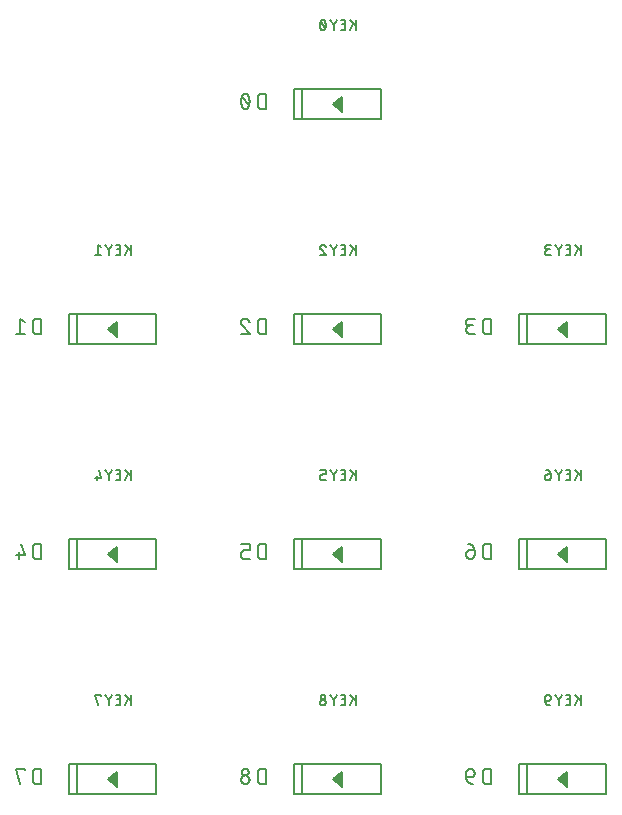
<source format=gbr>
G04 EAGLE Gerber RS-274X export*
G75*
%MOMM*%
%FSLAX34Y34*%
%LPD*%
%INSilkscreen Bottom*%
%IPPOS*%
%AMOC8*
5,1,8,0,0,1.08239X$1,22.5*%
G01*
%ADD10C,0.127000*%
%ADD11C,0.200000*%
%ADD12C,0.203200*%


D10*
X15089Y539135D02*
X15089Y547865D01*
X10239Y547865D02*
X15089Y542530D01*
X13149Y544470D02*
X10239Y539135D01*
X6238Y539135D02*
X2358Y539135D01*
X6238Y539135D02*
X6238Y547865D01*
X2358Y547865D01*
X3328Y543985D02*
X6238Y543985D01*
X-754Y547865D02*
X-3664Y543743D01*
X-6574Y547865D01*
X-3664Y543743D02*
X-3664Y539135D01*
X-10239Y545925D02*
X-12664Y547865D01*
X-12664Y539135D01*
X-10239Y539135D02*
X-15089Y539135D01*
X205589Y539135D02*
X205589Y547865D01*
X200739Y547865D02*
X205589Y542530D01*
X203649Y544470D02*
X200739Y539135D01*
X196738Y539135D02*
X192858Y539135D01*
X196738Y539135D02*
X196738Y547865D01*
X192858Y547865D01*
X193828Y543985D02*
X196738Y543985D01*
X189746Y547865D02*
X186836Y543743D01*
X183926Y547865D01*
X186836Y543743D02*
X186836Y539135D01*
X177594Y547866D02*
X177501Y547864D01*
X177409Y547858D01*
X177317Y547848D01*
X177225Y547835D01*
X177134Y547817D01*
X177044Y547796D01*
X176955Y547770D01*
X176867Y547741D01*
X176780Y547709D01*
X176695Y547672D01*
X176611Y547632D01*
X176529Y547589D01*
X176449Y547542D01*
X176372Y547492D01*
X176296Y547438D01*
X176223Y547381D01*
X176152Y547322D01*
X176083Y547259D01*
X176018Y547194D01*
X175955Y547125D01*
X175896Y547054D01*
X175839Y546981D01*
X175785Y546905D01*
X175735Y546828D01*
X175688Y546748D01*
X175645Y546666D01*
X175605Y546582D01*
X175568Y546497D01*
X175536Y546410D01*
X175507Y546322D01*
X175481Y546233D01*
X175460Y546143D01*
X175442Y546052D01*
X175429Y545960D01*
X175419Y545868D01*
X175413Y545776D01*
X175411Y545683D01*
X177594Y547865D02*
X177698Y547863D01*
X177801Y547857D01*
X177905Y547848D01*
X178007Y547834D01*
X178110Y547817D01*
X178211Y547796D01*
X178312Y547772D01*
X178412Y547743D01*
X178510Y547711D01*
X178608Y547675D01*
X178704Y547636D01*
X178798Y547593D01*
X178891Y547547D01*
X178982Y547497D01*
X179071Y547444D01*
X179158Y547388D01*
X179243Y547329D01*
X179326Y547266D01*
X179406Y547201D01*
X179484Y547132D01*
X179560Y547061D01*
X179632Y546987D01*
X179702Y546910D01*
X179769Y546831D01*
X179833Y546749D01*
X179894Y546665D01*
X179951Y546579D01*
X180006Y546491D01*
X180057Y546401D01*
X180105Y546309D01*
X180150Y546215D01*
X180190Y546120D01*
X180228Y546023D01*
X180262Y545925D01*
X176138Y543986D02*
X176071Y544052D01*
X176006Y544122D01*
X175945Y544194D01*
X175886Y544268D01*
X175830Y544345D01*
X175778Y544424D01*
X175728Y544505D01*
X175682Y544588D01*
X175640Y544673D01*
X175601Y544760D01*
X175565Y544848D01*
X175533Y544937D01*
X175505Y545028D01*
X175480Y545119D01*
X175459Y545212D01*
X175442Y545305D01*
X175428Y545399D01*
X175419Y545493D01*
X175413Y545588D01*
X175411Y545683D01*
X176139Y543985D02*
X180261Y539135D01*
X175411Y539135D01*
X396089Y539135D02*
X396089Y547865D01*
X391239Y547865D02*
X396089Y542530D01*
X394149Y544470D02*
X391239Y539135D01*
X387238Y539135D02*
X383358Y539135D01*
X387238Y539135D02*
X387238Y547865D01*
X383358Y547865D01*
X384328Y543985D02*
X387238Y543985D01*
X380246Y547865D02*
X377336Y543743D01*
X374426Y547865D01*
X377336Y543743D02*
X377336Y539135D01*
X370761Y539135D02*
X368336Y539135D01*
X368238Y539137D01*
X368141Y539143D01*
X368044Y539153D01*
X367947Y539166D01*
X367851Y539184D01*
X367756Y539205D01*
X367661Y539231D01*
X367568Y539260D01*
X367476Y539293D01*
X367385Y539329D01*
X367296Y539369D01*
X367209Y539413D01*
X367124Y539460D01*
X367040Y539510D01*
X366958Y539564D01*
X366879Y539621D01*
X366802Y539682D01*
X366728Y539745D01*
X366656Y539811D01*
X366587Y539880D01*
X366521Y539952D01*
X366458Y540026D01*
X366397Y540103D01*
X366340Y540182D01*
X366286Y540264D01*
X366236Y540348D01*
X366189Y540433D01*
X366145Y540520D01*
X366105Y540609D01*
X366069Y540700D01*
X366036Y540792D01*
X366007Y540885D01*
X365981Y540980D01*
X365960Y541075D01*
X365942Y541171D01*
X365929Y541268D01*
X365919Y541365D01*
X365913Y541462D01*
X365911Y541560D01*
X365913Y541658D01*
X365919Y541755D01*
X365929Y541852D01*
X365942Y541949D01*
X365960Y542045D01*
X365981Y542140D01*
X366007Y542235D01*
X366036Y542328D01*
X366069Y542420D01*
X366105Y542511D01*
X366145Y542600D01*
X366189Y542687D01*
X366236Y542773D01*
X366286Y542856D01*
X366340Y542938D01*
X366397Y543017D01*
X366458Y543094D01*
X366521Y543168D01*
X366587Y543240D01*
X366656Y543309D01*
X366728Y543375D01*
X366802Y543438D01*
X366879Y543499D01*
X366958Y543556D01*
X367040Y543610D01*
X367124Y543660D01*
X367209Y543707D01*
X367296Y543751D01*
X367385Y543791D01*
X367476Y543827D01*
X367568Y543860D01*
X367661Y543889D01*
X367756Y543915D01*
X367851Y543936D01*
X367947Y543954D01*
X368044Y543967D01*
X368141Y543977D01*
X368238Y543983D01*
X368336Y543985D01*
X367851Y547865D02*
X370761Y547865D01*
X367851Y547865D02*
X367764Y547863D01*
X367677Y547857D01*
X367591Y547847D01*
X367505Y547834D01*
X367419Y547816D01*
X367335Y547795D01*
X367252Y547770D01*
X367169Y547741D01*
X367089Y547709D01*
X367009Y547673D01*
X366932Y547633D01*
X366856Y547590D01*
X366782Y547544D01*
X366711Y547494D01*
X366641Y547442D01*
X366575Y547386D01*
X366510Y547327D01*
X366449Y547266D01*
X366390Y547201D01*
X366334Y547135D01*
X366282Y547065D01*
X366232Y546994D01*
X366186Y546920D01*
X366143Y546844D01*
X366103Y546767D01*
X366067Y546687D01*
X366035Y546607D01*
X366006Y546524D01*
X365981Y546441D01*
X365960Y546357D01*
X365942Y546271D01*
X365929Y546185D01*
X365919Y546099D01*
X365913Y546012D01*
X365911Y545925D01*
X365913Y545838D01*
X365919Y545751D01*
X365929Y545665D01*
X365942Y545579D01*
X365960Y545493D01*
X365981Y545409D01*
X366006Y545326D01*
X366035Y545243D01*
X366067Y545163D01*
X366103Y545083D01*
X366143Y545006D01*
X366186Y544930D01*
X366232Y544856D01*
X366282Y544785D01*
X366334Y544715D01*
X366390Y544649D01*
X366449Y544584D01*
X366510Y544523D01*
X366575Y544464D01*
X366641Y544408D01*
X366711Y544356D01*
X366782Y544306D01*
X366856Y544260D01*
X366932Y544217D01*
X367009Y544177D01*
X367089Y544141D01*
X367169Y544109D01*
X367252Y544080D01*
X367335Y544055D01*
X367419Y544034D01*
X367505Y544016D01*
X367591Y544003D01*
X367677Y543993D01*
X367764Y543987D01*
X367851Y543985D01*
X369791Y543985D01*
X396089Y357365D02*
X396089Y348635D01*
X396089Y352030D02*
X391239Y357365D01*
X394149Y353970D02*
X391239Y348635D01*
X387238Y348635D02*
X383358Y348635D01*
X387238Y348635D02*
X387238Y357365D01*
X383358Y357365D01*
X384328Y353485D02*
X387238Y353485D01*
X380246Y357365D02*
X377336Y353243D01*
X374426Y357365D01*
X377336Y353243D02*
X377336Y348635D01*
X370761Y353485D02*
X367851Y353485D01*
X367764Y353483D01*
X367677Y353477D01*
X367591Y353467D01*
X367505Y353454D01*
X367419Y353436D01*
X367335Y353415D01*
X367252Y353390D01*
X367169Y353361D01*
X367089Y353329D01*
X367009Y353293D01*
X366932Y353253D01*
X366856Y353210D01*
X366782Y353164D01*
X366711Y353114D01*
X366641Y353062D01*
X366575Y353006D01*
X366510Y352947D01*
X366449Y352886D01*
X366390Y352821D01*
X366334Y352755D01*
X366282Y352685D01*
X366232Y352614D01*
X366186Y352540D01*
X366143Y352464D01*
X366103Y352387D01*
X366067Y352307D01*
X366035Y352227D01*
X366006Y352144D01*
X365981Y352061D01*
X365960Y351977D01*
X365942Y351891D01*
X365929Y351805D01*
X365919Y351719D01*
X365913Y351632D01*
X365911Y351545D01*
X365911Y351060D01*
X365913Y350962D01*
X365919Y350865D01*
X365929Y350768D01*
X365942Y350671D01*
X365960Y350575D01*
X365981Y350480D01*
X366007Y350385D01*
X366036Y350292D01*
X366069Y350200D01*
X366105Y350109D01*
X366145Y350020D01*
X366189Y349933D01*
X366236Y349848D01*
X366286Y349764D01*
X366340Y349682D01*
X366397Y349603D01*
X366458Y349526D01*
X366521Y349452D01*
X366587Y349380D01*
X366656Y349311D01*
X366728Y349245D01*
X366802Y349182D01*
X366879Y349121D01*
X366958Y349064D01*
X367040Y349010D01*
X367124Y348960D01*
X367209Y348913D01*
X367296Y348869D01*
X367385Y348829D01*
X367476Y348793D01*
X367568Y348760D01*
X367661Y348731D01*
X367756Y348705D01*
X367851Y348684D01*
X367947Y348666D01*
X368044Y348653D01*
X368141Y348643D01*
X368238Y348637D01*
X368336Y348635D01*
X368434Y348637D01*
X368531Y348643D01*
X368628Y348653D01*
X368725Y348666D01*
X368821Y348684D01*
X368916Y348705D01*
X369011Y348731D01*
X369104Y348760D01*
X369196Y348793D01*
X369287Y348829D01*
X369376Y348869D01*
X369463Y348913D01*
X369549Y348960D01*
X369632Y349010D01*
X369714Y349064D01*
X369793Y349121D01*
X369870Y349182D01*
X369944Y349245D01*
X370016Y349311D01*
X370085Y349380D01*
X370151Y349452D01*
X370214Y349526D01*
X370275Y349603D01*
X370332Y349682D01*
X370386Y349764D01*
X370436Y349848D01*
X370483Y349933D01*
X370527Y350020D01*
X370567Y350109D01*
X370603Y350200D01*
X370636Y350292D01*
X370665Y350385D01*
X370691Y350480D01*
X370712Y350575D01*
X370730Y350671D01*
X370743Y350768D01*
X370753Y350865D01*
X370759Y350962D01*
X370761Y351060D01*
X370761Y353485D01*
X370759Y353607D01*
X370753Y353729D01*
X370744Y353850D01*
X370730Y353971D01*
X370713Y354092D01*
X370692Y354212D01*
X370668Y354331D01*
X370639Y354450D01*
X370607Y354567D01*
X370571Y354684D01*
X370532Y354799D01*
X370489Y354913D01*
X370442Y355026D01*
X370392Y355137D01*
X370338Y355246D01*
X370281Y355354D01*
X370221Y355460D01*
X370157Y355564D01*
X370090Y355666D01*
X370020Y355766D01*
X369947Y355863D01*
X369871Y355958D01*
X369791Y356051D01*
X369709Y356141D01*
X369625Y356229D01*
X369537Y356313D01*
X369447Y356395D01*
X369354Y356475D01*
X369259Y356551D01*
X369162Y356624D01*
X369062Y356694D01*
X368960Y356761D01*
X368856Y356825D01*
X368750Y356885D01*
X368642Y356942D01*
X368533Y356996D01*
X368422Y357046D01*
X368309Y357093D01*
X368195Y357136D01*
X368080Y357175D01*
X367963Y357211D01*
X367846Y357243D01*
X367727Y357272D01*
X367608Y357296D01*
X367488Y357317D01*
X367367Y357334D01*
X367246Y357348D01*
X367125Y357357D01*
X367003Y357363D01*
X366881Y357365D01*
X205589Y357365D02*
X205589Y348635D01*
X205589Y352030D02*
X200739Y357365D01*
X203649Y353970D02*
X200739Y348635D01*
X196738Y348635D02*
X192858Y348635D01*
X196738Y348635D02*
X196738Y357365D01*
X192858Y357365D01*
X193828Y353485D02*
X196738Y353485D01*
X189746Y357365D02*
X186836Y353243D01*
X183926Y357365D01*
X186836Y353243D02*
X186836Y348635D01*
X180261Y348635D02*
X177351Y348635D01*
X177264Y348637D01*
X177177Y348643D01*
X177091Y348653D01*
X177005Y348666D01*
X176919Y348684D01*
X176835Y348705D01*
X176752Y348730D01*
X176669Y348759D01*
X176589Y348791D01*
X176509Y348827D01*
X176432Y348867D01*
X176356Y348910D01*
X176282Y348956D01*
X176211Y349006D01*
X176141Y349058D01*
X176075Y349114D01*
X176010Y349173D01*
X175949Y349234D01*
X175890Y349299D01*
X175834Y349365D01*
X175782Y349435D01*
X175732Y349506D01*
X175686Y349580D01*
X175643Y349656D01*
X175603Y349733D01*
X175567Y349813D01*
X175535Y349893D01*
X175506Y349976D01*
X175481Y350059D01*
X175460Y350143D01*
X175442Y350229D01*
X175429Y350315D01*
X175419Y350401D01*
X175413Y350488D01*
X175411Y350575D01*
X175411Y351545D01*
X175413Y351632D01*
X175419Y351719D01*
X175429Y351805D01*
X175442Y351891D01*
X175460Y351977D01*
X175481Y352061D01*
X175506Y352144D01*
X175535Y352227D01*
X175567Y352307D01*
X175603Y352387D01*
X175643Y352464D01*
X175686Y352540D01*
X175732Y352614D01*
X175782Y352685D01*
X175834Y352755D01*
X175890Y352821D01*
X175949Y352886D01*
X176010Y352947D01*
X176075Y353006D01*
X176141Y353062D01*
X176211Y353114D01*
X176282Y353164D01*
X176356Y353210D01*
X176432Y353253D01*
X176509Y353293D01*
X176589Y353329D01*
X176669Y353361D01*
X176752Y353390D01*
X176835Y353415D01*
X176919Y353436D01*
X177005Y353454D01*
X177091Y353467D01*
X177177Y353477D01*
X177264Y353483D01*
X177351Y353485D01*
X180261Y353485D01*
X180261Y357365D01*
X175411Y357365D01*
X15089Y357365D02*
X15089Y348635D01*
X15089Y352030D02*
X10239Y357365D01*
X13149Y353970D02*
X10239Y348635D01*
X6238Y348635D02*
X2358Y348635D01*
X6238Y348635D02*
X6238Y357365D01*
X2358Y357365D01*
X3328Y353485D02*
X6238Y353485D01*
X-754Y357365D02*
X-3664Y353243D01*
X-6574Y357365D01*
X-3664Y353243D02*
X-3664Y348635D01*
X-10239Y350575D02*
X-12179Y357365D01*
X-10239Y350575D02*
X-15089Y350575D01*
X-13634Y352515D02*
X-13634Y348635D01*
X15089Y166865D02*
X15089Y158135D01*
X15089Y161530D02*
X10239Y166865D01*
X13149Y163470D02*
X10239Y158135D01*
X6238Y158135D02*
X2358Y158135D01*
X6238Y158135D02*
X6238Y166865D01*
X2358Y166865D01*
X3328Y162985D02*
X6238Y162985D01*
X-754Y166865D02*
X-3664Y162743D01*
X-6574Y166865D01*
X-3664Y162743D02*
X-3664Y158135D01*
X-10239Y165895D02*
X-10239Y166865D01*
X-15089Y166865D01*
X-12664Y158135D01*
X205589Y158135D02*
X205589Y166865D01*
X200739Y166865D02*
X205589Y161530D01*
X203649Y163470D02*
X200739Y158135D01*
X196738Y158135D02*
X192858Y158135D01*
X196738Y158135D02*
X196738Y166865D01*
X192858Y166865D01*
X193828Y162985D02*
X196738Y162985D01*
X189746Y166865D02*
X186836Y162743D01*
X183926Y166865D01*
X186836Y162743D02*
X186836Y158135D01*
X180261Y160560D02*
X180259Y160658D01*
X180253Y160755D01*
X180243Y160852D01*
X180230Y160949D01*
X180212Y161045D01*
X180191Y161140D01*
X180165Y161235D01*
X180136Y161328D01*
X180103Y161420D01*
X180067Y161511D01*
X180027Y161600D01*
X179983Y161687D01*
X179936Y161773D01*
X179886Y161856D01*
X179832Y161938D01*
X179775Y162017D01*
X179714Y162094D01*
X179651Y162168D01*
X179585Y162240D01*
X179516Y162309D01*
X179444Y162375D01*
X179370Y162438D01*
X179293Y162499D01*
X179214Y162556D01*
X179132Y162610D01*
X179049Y162660D01*
X178963Y162707D01*
X178876Y162751D01*
X178787Y162791D01*
X178696Y162827D01*
X178604Y162860D01*
X178511Y162889D01*
X178416Y162915D01*
X178321Y162936D01*
X178225Y162954D01*
X178128Y162967D01*
X178031Y162977D01*
X177934Y162983D01*
X177836Y162985D01*
X177738Y162983D01*
X177641Y162977D01*
X177544Y162967D01*
X177447Y162954D01*
X177351Y162936D01*
X177256Y162915D01*
X177161Y162889D01*
X177068Y162860D01*
X176976Y162827D01*
X176885Y162791D01*
X176796Y162751D01*
X176709Y162707D01*
X176624Y162660D01*
X176540Y162610D01*
X176458Y162556D01*
X176379Y162499D01*
X176302Y162438D01*
X176228Y162375D01*
X176156Y162309D01*
X176087Y162240D01*
X176021Y162168D01*
X175958Y162094D01*
X175897Y162017D01*
X175840Y161938D01*
X175786Y161856D01*
X175736Y161773D01*
X175689Y161687D01*
X175645Y161600D01*
X175605Y161511D01*
X175569Y161420D01*
X175536Y161328D01*
X175507Y161235D01*
X175481Y161140D01*
X175460Y161045D01*
X175442Y160949D01*
X175429Y160852D01*
X175419Y160755D01*
X175413Y160658D01*
X175411Y160560D01*
X175413Y160462D01*
X175419Y160365D01*
X175429Y160268D01*
X175442Y160171D01*
X175460Y160075D01*
X175481Y159980D01*
X175507Y159885D01*
X175536Y159792D01*
X175569Y159700D01*
X175605Y159609D01*
X175645Y159520D01*
X175689Y159433D01*
X175736Y159348D01*
X175786Y159264D01*
X175840Y159182D01*
X175897Y159103D01*
X175958Y159026D01*
X176021Y158952D01*
X176087Y158880D01*
X176156Y158811D01*
X176228Y158745D01*
X176302Y158682D01*
X176379Y158621D01*
X176458Y158564D01*
X176540Y158510D01*
X176624Y158460D01*
X176709Y158413D01*
X176796Y158369D01*
X176885Y158329D01*
X176976Y158293D01*
X177068Y158260D01*
X177161Y158231D01*
X177256Y158205D01*
X177351Y158184D01*
X177447Y158166D01*
X177544Y158153D01*
X177641Y158143D01*
X177738Y158137D01*
X177836Y158135D01*
X177934Y158137D01*
X178031Y158143D01*
X178128Y158153D01*
X178225Y158166D01*
X178321Y158184D01*
X178416Y158205D01*
X178511Y158231D01*
X178604Y158260D01*
X178696Y158293D01*
X178787Y158329D01*
X178876Y158369D01*
X178963Y158413D01*
X179048Y158460D01*
X179132Y158510D01*
X179214Y158564D01*
X179293Y158621D01*
X179370Y158682D01*
X179444Y158745D01*
X179516Y158811D01*
X179585Y158880D01*
X179651Y158952D01*
X179714Y159026D01*
X179775Y159103D01*
X179832Y159182D01*
X179886Y159264D01*
X179936Y159347D01*
X179983Y159433D01*
X180027Y159520D01*
X180067Y159609D01*
X180103Y159700D01*
X180136Y159792D01*
X180165Y159885D01*
X180191Y159980D01*
X180212Y160075D01*
X180230Y160171D01*
X180243Y160268D01*
X180253Y160365D01*
X180259Y160462D01*
X180261Y160560D01*
X179776Y164925D02*
X179774Y165012D01*
X179768Y165099D01*
X179758Y165185D01*
X179745Y165271D01*
X179727Y165357D01*
X179706Y165441D01*
X179681Y165524D01*
X179652Y165607D01*
X179620Y165687D01*
X179584Y165767D01*
X179544Y165844D01*
X179501Y165920D01*
X179455Y165994D01*
X179405Y166065D01*
X179353Y166135D01*
X179297Y166201D01*
X179238Y166266D01*
X179177Y166327D01*
X179112Y166386D01*
X179046Y166442D01*
X178976Y166494D01*
X178905Y166544D01*
X178831Y166590D01*
X178755Y166633D01*
X178678Y166673D01*
X178598Y166709D01*
X178518Y166741D01*
X178435Y166770D01*
X178352Y166795D01*
X178268Y166816D01*
X178182Y166834D01*
X178096Y166847D01*
X178010Y166857D01*
X177923Y166863D01*
X177836Y166865D01*
X177749Y166863D01*
X177662Y166857D01*
X177576Y166847D01*
X177490Y166834D01*
X177404Y166816D01*
X177320Y166795D01*
X177237Y166770D01*
X177154Y166741D01*
X177074Y166709D01*
X176994Y166673D01*
X176917Y166633D01*
X176841Y166590D01*
X176767Y166544D01*
X176696Y166494D01*
X176626Y166442D01*
X176560Y166386D01*
X176495Y166327D01*
X176434Y166266D01*
X176375Y166201D01*
X176319Y166135D01*
X176267Y166065D01*
X176217Y165994D01*
X176171Y165920D01*
X176128Y165844D01*
X176088Y165767D01*
X176052Y165687D01*
X176020Y165607D01*
X175991Y165524D01*
X175966Y165441D01*
X175945Y165357D01*
X175927Y165271D01*
X175914Y165185D01*
X175904Y165099D01*
X175898Y165012D01*
X175896Y164925D01*
X175898Y164838D01*
X175904Y164751D01*
X175914Y164665D01*
X175927Y164579D01*
X175945Y164493D01*
X175966Y164409D01*
X175991Y164326D01*
X176020Y164243D01*
X176052Y164163D01*
X176088Y164083D01*
X176128Y164006D01*
X176171Y163930D01*
X176217Y163856D01*
X176267Y163785D01*
X176319Y163715D01*
X176375Y163649D01*
X176434Y163584D01*
X176495Y163523D01*
X176560Y163464D01*
X176626Y163408D01*
X176696Y163356D01*
X176767Y163306D01*
X176841Y163260D01*
X176917Y163217D01*
X176994Y163177D01*
X177074Y163141D01*
X177154Y163109D01*
X177237Y163080D01*
X177320Y163055D01*
X177404Y163034D01*
X177490Y163016D01*
X177576Y163003D01*
X177662Y162993D01*
X177749Y162987D01*
X177836Y162985D01*
X177923Y162987D01*
X178010Y162993D01*
X178096Y163003D01*
X178182Y163016D01*
X178268Y163034D01*
X178352Y163055D01*
X178435Y163080D01*
X178518Y163109D01*
X178598Y163141D01*
X178678Y163177D01*
X178755Y163217D01*
X178831Y163260D01*
X178905Y163306D01*
X178976Y163356D01*
X179046Y163408D01*
X179112Y163464D01*
X179177Y163523D01*
X179238Y163584D01*
X179297Y163649D01*
X179353Y163715D01*
X179405Y163785D01*
X179455Y163856D01*
X179501Y163930D01*
X179544Y164006D01*
X179584Y164083D01*
X179620Y164163D01*
X179652Y164243D01*
X179681Y164326D01*
X179706Y164409D01*
X179727Y164493D01*
X179745Y164579D01*
X179758Y164665D01*
X179768Y164751D01*
X179774Y164838D01*
X179776Y164925D01*
X396089Y166865D02*
X396089Y158135D01*
X396089Y161530D02*
X391239Y166865D01*
X394149Y163470D02*
X391239Y158135D01*
X387238Y158135D02*
X383358Y158135D01*
X387238Y158135D02*
X387238Y166865D01*
X383358Y166865D01*
X384328Y162985D02*
X387238Y162985D01*
X380246Y166865D02*
X377336Y162743D01*
X374426Y166865D01*
X377336Y162743D02*
X377336Y158135D01*
X368821Y162015D02*
X365911Y162015D01*
X368821Y162015D02*
X368908Y162017D01*
X368995Y162023D01*
X369081Y162033D01*
X369167Y162046D01*
X369253Y162064D01*
X369337Y162085D01*
X369420Y162110D01*
X369503Y162139D01*
X369583Y162171D01*
X369663Y162207D01*
X369740Y162247D01*
X369816Y162290D01*
X369890Y162336D01*
X369961Y162386D01*
X370031Y162438D01*
X370097Y162494D01*
X370162Y162553D01*
X370223Y162614D01*
X370282Y162679D01*
X370338Y162745D01*
X370390Y162815D01*
X370440Y162886D01*
X370486Y162960D01*
X370529Y163036D01*
X370569Y163113D01*
X370605Y163193D01*
X370637Y163273D01*
X370666Y163356D01*
X370691Y163439D01*
X370712Y163523D01*
X370730Y163609D01*
X370743Y163695D01*
X370753Y163781D01*
X370759Y163868D01*
X370761Y163955D01*
X370761Y164440D01*
X370759Y164538D01*
X370753Y164635D01*
X370743Y164732D01*
X370730Y164829D01*
X370712Y164925D01*
X370691Y165020D01*
X370665Y165115D01*
X370636Y165208D01*
X370603Y165300D01*
X370567Y165391D01*
X370527Y165480D01*
X370483Y165567D01*
X370436Y165653D01*
X370386Y165736D01*
X370332Y165818D01*
X370275Y165897D01*
X370214Y165974D01*
X370151Y166048D01*
X370085Y166120D01*
X370016Y166189D01*
X369944Y166255D01*
X369870Y166318D01*
X369793Y166379D01*
X369714Y166436D01*
X369632Y166490D01*
X369549Y166540D01*
X369463Y166587D01*
X369376Y166631D01*
X369287Y166671D01*
X369196Y166707D01*
X369104Y166740D01*
X369011Y166769D01*
X368916Y166795D01*
X368821Y166816D01*
X368725Y166834D01*
X368628Y166847D01*
X368531Y166857D01*
X368434Y166863D01*
X368336Y166865D01*
X368238Y166863D01*
X368141Y166857D01*
X368044Y166847D01*
X367947Y166834D01*
X367851Y166816D01*
X367756Y166795D01*
X367661Y166769D01*
X367568Y166740D01*
X367476Y166707D01*
X367385Y166671D01*
X367296Y166631D01*
X367209Y166587D01*
X367124Y166540D01*
X367040Y166490D01*
X366958Y166436D01*
X366879Y166379D01*
X366802Y166318D01*
X366728Y166255D01*
X366656Y166189D01*
X366587Y166120D01*
X366521Y166048D01*
X366458Y165974D01*
X366397Y165897D01*
X366340Y165818D01*
X366286Y165736D01*
X366236Y165653D01*
X366189Y165567D01*
X366145Y165480D01*
X366105Y165391D01*
X366069Y165300D01*
X366036Y165208D01*
X366007Y165115D01*
X365981Y165020D01*
X365960Y164925D01*
X365942Y164829D01*
X365929Y164732D01*
X365919Y164635D01*
X365913Y164538D01*
X365911Y164440D01*
X365911Y162015D01*
X365913Y161893D01*
X365919Y161771D01*
X365928Y161650D01*
X365942Y161529D01*
X365959Y161408D01*
X365980Y161288D01*
X366004Y161169D01*
X366033Y161050D01*
X366065Y160933D01*
X366101Y160816D01*
X366140Y160701D01*
X366183Y160587D01*
X366230Y160474D01*
X366280Y160363D01*
X366334Y160254D01*
X366391Y160146D01*
X366451Y160040D01*
X366515Y159936D01*
X366582Y159834D01*
X366652Y159734D01*
X366725Y159637D01*
X366801Y159542D01*
X366881Y159449D01*
X366963Y159359D01*
X367047Y159271D01*
X367135Y159187D01*
X367225Y159105D01*
X367318Y159025D01*
X367413Y158949D01*
X367510Y158876D01*
X367610Y158806D01*
X367712Y158739D01*
X367816Y158675D01*
X367922Y158615D01*
X368030Y158558D01*
X368139Y158504D01*
X368250Y158454D01*
X368363Y158407D01*
X368477Y158364D01*
X368592Y158325D01*
X368709Y158289D01*
X368826Y158257D01*
X368945Y158228D01*
X369064Y158204D01*
X369184Y158183D01*
X369305Y158166D01*
X369426Y158152D01*
X369547Y158143D01*
X369669Y158137D01*
X369791Y158135D01*
X205589Y729635D02*
X205589Y738365D01*
X200739Y738365D02*
X205589Y733030D01*
X203649Y734970D02*
X200739Y729635D01*
X196738Y729635D02*
X192858Y729635D01*
X196738Y729635D02*
X196738Y738365D01*
X192858Y738365D01*
X193828Y734485D02*
X196738Y734485D01*
X189746Y738365D02*
X186836Y734243D01*
X183926Y738365D01*
X186836Y734243D02*
X186836Y729635D01*
X180261Y734000D02*
X180259Y734172D01*
X180253Y734343D01*
X180243Y734515D01*
X180228Y734686D01*
X180210Y734857D01*
X180187Y735027D01*
X180161Y735197D01*
X180130Y735366D01*
X180096Y735534D01*
X180057Y735701D01*
X180014Y735868D01*
X179968Y736033D01*
X179917Y736197D01*
X179863Y736360D01*
X179805Y736521D01*
X179743Y736682D01*
X179677Y736840D01*
X179607Y736997D01*
X179534Y737152D01*
X179534Y737153D02*
X179505Y737231D01*
X179473Y737307D01*
X179438Y737381D01*
X179399Y737454D01*
X179357Y737525D01*
X179311Y737593D01*
X179263Y737660D01*
X179211Y737724D01*
X179157Y737786D01*
X179100Y737846D01*
X179040Y737902D01*
X178977Y737956D01*
X178913Y738007D01*
X178845Y738055D01*
X178776Y738100D01*
X178705Y738142D01*
X178632Y738180D01*
X178557Y738215D01*
X178481Y738246D01*
X178403Y738274D01*
X178325Y738298D01*
X178245Y738319D01*
X178164Y738336D01*
X178083Y738349D01*
X178001Y738358D01*
X177918Y738364D01*
X177836Y738366D01*
X177754Y738364D01*
X177671Y738358D01*
X177589Y738349D01*
X177508Y738336D01*
X177427Y738319D01*
X177347Y738298D01*
X177269Y738274D01*
X177191Y738246D01*
X177115Y738215D01*
X177040Y738180D01*
X176967Y738142D01*
X176896Y738100D01*
X176827Y738055D01*
X176759Y738007D01*
X176695Y737956D01*
X176632Y737902D01*
X176572Y737846D01*
X176515Y737786D01*
X176461Y737724D01*
X176409Y737660D01*
X176361Y737593D01*
X176315Y737525D01*
X176273Y737454D01*
X176234Y737381D01*
X176199Y737307D01*
X176167Y737231D01*
X176138Y737153D01*
X176138Y737152D02*
X176065Y736997D01*
X175995Y736840D01*
X175929Y736682D01*
X175867Y736521D01*
X175809Y736360D01*
X175755Y736197D01*
X175704Y736033D01*
X175658Y735868D01*
X175615Y735701D01*
X175576Y735534D01*
X175542Y735366D01*
X175511Y735197D01*
X175485Y735027D01*
X175462Y734857D01*
X175444Y734686D01*
X175429Y734515D01*
X175419Y734343D01*
X175413Y734172D01*
X175411Y734000D01*
X180261Y734000D02*
X180259Y733828D01*
X180253Y733657D01*
X180243Y733485D01*
X180228Y733314D01*
X180210Y733143D01*
X180187Y732973D01*
X180161Y732803D01*
X180130Y732634D01*
X180096Y732466D01*
X180057Y732299D01*
X180014Y732132D01*
X179968Y731967D01*
X179917Y731803D01*
X179863Y731640D01*
X179805Y731479D01*
X179743Y731318D01*
X179677Y731160D01*
X179607Y731003D01*
X179534Y730848D01*
X179505Y730770D01*
X179473Y730694D01*
X179438Y730620D01*
X179399Y730547D01*
X179357Y730476D01*
X179311Y730408D01*
X179263Y730341D01*
X179211Y730277D01*
X179157Y730215D01*
X179100Y730155D01*
X179040Y730099D01*
X178977Y730045D01*
X178913Y729994D01*
X178845Y729946D01*
X178776Y729901D01*
X178705Y729859D01*
X178632Y729821D01*
X178557Y729786D01*
X178481Y729755D01*
X178403Y729727D01*
X178325Y729703D01*
X178245Y729682D01*
X178164Y729665D01*
X178083Y729652D01*
X178001Y729643D01*
X177918Y729637D01*
X177836Y729635D01*
X176138Y730848D02*
X176065Y731003D01*
X175995Y731160D01*
X175929Y731318D01*
X175867Y731479D01*
X175809Y731640D01*
X175755Y731803D01*
X175704Y731967D01*
X175658Y732132D01*
X175615Y732299D01*
X175576Y732466D01*
X175542Y732634D01*
X175511Y732803D01*
X175485Y732973D01*
X175462Y733143D01*
X175444Y733314D01*
X175429Y733485D01*
X175419Y733657D01*
X175413Y733828D01*
X175411Y734000D01*
X176138Y730848D02*
X176167Y730770D01*
X176199Y730694D01*
X176234Y730620D01*
X176273Y730547D01*
X176315Y730476D01*
X176361Y730408D01*
X176409Y730341D01*
X176461Y730277D01*
X176515Y730215D01*
X176572Y730155D01*
X176632Y730099D01*
X176695Y730045D01*
X176759Y729994D01*
X176827Y729946D01*
X176896Y729901D01*
X176967Y729859D01*
X177040Y729821D01*
X177115Y729786D01*
X177191Y729755D01*
X177269Y729727D01*
X177347Y729703D01*
X177427Y729682D01*
X177508Y729665D01*
X177589Y729652D01*
X177671Y729643D01*
X177754Y729637D01*
X177836Y729635D01*
X179776Y731575D02*
X175896Y736425D01*
D11*
X36830Y488950D02*
X36830Y463550D01*
X-36830Y463550D02*
X-36830Y488950D01*
X36830Y488950D01*
X36830Y463550D02*
X-36830Y463550D01*
D10*
X-3810Y476250D02*
X3810Y469900D01*
X3810Y471170D01*
X3810Y472440D01*
X3810Y482600D01*
X-3810Y476250D01*
X3810Y471170D01*
X2540Y481330D01*
X-2540Y476250D01*
X3810Y472440D01*
X2540Y480060D01*
X-1270Y476250D01*
X2540Y473710D01*
X2540Y474980D01*
X2540Y478790D01*
X1270Y477520D01*
X0Y476250D01*
X2540Y474980D01*
X1270Y477520D01*
X1270Y476250D01*
D11*
X-30000Y488750D02*
X-30000Y463750D01*
D12*
X-60860Y472504D02*
X-60860Y485472D01*
X-64463Y485472D01*
X-64463Y485471D02*
X-64581Y485469D01*
X-64699Y485463D01*
X-64816Y485454D01*
X-64933Y485440D01*
X-65050Y485423D01*
X-65166Y485402D01*
X-65281Y485377D01*
X-65395Y485348D01*
X-65509Y485316D01*
X-65621Y485280D01*
X-65732Y485240D01*
X-65841Y485197D01*
X-65950Y485150D01*
X-66056Y485100D01*
X-66161Y485046D01*
X-66264Y484988D01*
X-66365Y484928D01*
X-66464Y484864D01*
X-66561Y484797D01*
X-66656Y484727D01*
X-66748Y484653D01*
X-66838Y484577D01*
X-66925Y484498D01*
X-67010Y484416D01*
X-67092Y484331D01*
X-67171Y484244D01*
X-67247Y484154D01*
X-67321Y484062D01*
X-67391Y483967D01*
X-67458Y483870D01*
X-67522Y483771D01*
X-67582Y483670D01*
X-67640Y483567D01*
X-67694Y483462D01*
X-67744Y483356D01*
X-67791Y483247D01*
X-67834Y483138D01*
X-67874Y483027D01*
X-67910Y482915D01*
X-67942Y482801D01*
X-67971Y482687D01*
X-67996Y482572D01*
X-68017Y482456D01*
X-68034Y482339D01*
X-68048Y482222D01*
X-68057Y482105D01*
X-68063Y481987D01*
X-68065Y481869D01*
X-68065Y476106D01*
X-68064Y476106D02*
X-68062Y475988D01*
X-68056Y475870D01*
X-68047Y475753D01*
X-68033Y475636D01*
X-68016Y475519D01*
X-67995Y475403D01*
X-67970Y475288D01*
X-67941Y475174D01*
X-67909Y475060D01*
X-67873Y474948D01*
X-67833Y474837D01*
X-67790Y474728D01*
X-67743Y474619D01*
X-67693Y474513D01*
X-67639Y474408D01*
X-67581Y474305D01*
X-67521Y474204D01*
X-67457Y474105D01*
X-67390Y474008D01*
X-67320Y473913D01*
X-67246Y473821D01*
X-67170Y473731D01*
X-67091Y473644D01*
X-67009Y473559D01*
X-66924Y473477D01*
X-66837Y473398D01*
X-66747Y473322D01*
X-66655Y473248D01*
X-66560Y473178D01*
X-66463Y473111D01*
X-66364Y473047D01*
X-66263Y472987D01*
X-66160Y472929D01*
X-66055Y472875D01*
X-65949Y472825D01*
X-65840Y472778D01*
X-65731Y472735D01*
X-65620Y472695D01*
X-65508Y472659D01*
X-65394Y472627D01*
X-65280Y472598D01*
X-65165Y472573D01*
X-65049Y472552D01*
X-64932Y472535D01*
X-64815Y472521D01*
X-64698Y472512D01*
X-64580Y472506D01*
X-64462Y472504D01*
X-64463Y472504D02*
X-60860Y472504D01*
X-74810Y482590D02*
X-78413Y485472D01*
X-78413Y472504D01*
X-82015Y472504D02*
X-74810Y472504D01*
D11*
X227330Y463550D02*
X227330Y488950D01*
X153670Y488950D02*
X153670Y463550D01*
X153670Y488950D02*
X227330Y488950D01*
X227330Y463550D02*
X153670Y463550D01*
D10*
X186690Y476250D02*
X194310Y469900D01*
X194310Y471170D01*
X194310Y472440D01*
X194310Y482600D01*
X186690Y476250D01*
X194310Y471170D01*
X193040Y481330D01*
X187960Y476250D01*
X194310Y472440D01*
X193040Y480060D01*
X189230Y476250D01*
X193040Y473710D01*
X193040Y474980D01*
X193040Y478790D01*
X191770Y477520D01*
X190500Y476250D01*
X193040Y474980D01*
X191770Y477520D01*
X191770Y476250D01*
D11*
X160500Y488750D02*
X160500Y463750D01*
D12*
X129640Y472504D02*
X129640Y485472D01*
X126038Y485472D01*
X126038Y485471D02*
X125920Y485469D01*
X125802Y485463D01*
X125685Y485454D01*
X125568Y485440D01*
X125451Y485423D01*
X125335Y485402D01*
X125220Y485377D01*
X125106Y485348D01*
X124992Y485316D01*
X124880Y485280D01*
X124769Y485240D01*
X124660Y485197D01*
X124551Y485150D01*
X124445Y485100D01*
X124340Y485046D01*
X124237Y484988D01*
X124136Y484928D01*
X124037Y484864D01*
X123940Y484797D01*
X123845Y484727D01*
X123753Y484653D01*
X123663Y484577D01*
X123576Y484498D01*
X123491Y484416D01*
X123409Y484331D01*
X123330Y484244D01*
X123254Y484154D01*
X123180Y484062D01*
X123110Y483967D01*
X123043Y483870D01*
X122979Y483771D01*
X122919Y483670D01*
X122861Y483567D01*
X122807Y483462D01*
X122757Y483356D01*
X122710Y483247D01*
X122667Y483138D01*
X122627Y483027D01*
X122591Y482915D01*
X122559Y482801D01*
X122530Y482687D01*
X122505Y482572D01*
X122484Y482456D01*
X122467Y482339D01*
X122453Y482222D01*
X122444Y482105D01*
X122438Y481987D01*
X122436Y481869D01*
X122435Y481869D02*
X122435Y476106D01*
X122436Y476106D02*
X122438Y475988D01*
X122444Y475870D01*
X122453Y475753D01*
X122467Y475636D01*
X122484Y475519D01*
X122505Y475403D01*
X122530Y475288D01*
X122559Y475174D01*
X122591Y475060D01*
X122627Y474948D01*
X122667Y474837D01*
X122710Y474728D01*
X122757Y474619D01*
X122807Y474513D01*
X122861Y474408D01*
X122919Y474305D01*
X122979Y474204D01*
X123043Y474105D01*
X123110Y474008D01*
X123180Y473913D01*
X123254Y473821D01*
X123330Y473731D01*
X123409Y473644D01*
X123491Y473559D01*
X123576Y473477D01*
X123663Y473398D01*
X123753Y473322D01*
X123845Y473248D01*
X123940Y473178D01*
X124037Y473111D01*
X124136Y473047D01*
X124237Y472987D01*
X124340Y472929D01*
X124445Y472875D01*
X124551Y472825D01*
X124660Y472778D01*
X124769Y472735D01*
X124880Y472695D01*
X124992Y472659D01*
X125106Y472627D01*
X125220Y472598D01*
X125335Y472573D01*
X125451Y472552D01*
X125568Y472535D01*
X125685Y472521D01*
X125802Y472512D01*
X125920Y472506D01*
X126038Y472504D01*
X129640Y472504D01*
X111727Y485472D02*
X111614Y485470D01*
X111501Y485464D01*
X111388Y485454D01*
X111276Y485440D01*
X111164Y485423D01*
X111053Y485401D01*
X110943Y485376D01*
X110833Y485346D01*
X110725Y485313D01*
X110618Y485276D01*
X110513Y485236D01*
X110408Y485192D01*
X110306Y485144D01*
X110205Y485093D01*
X110106Y485038D01*
X110009Y484979D01*
X109914Y484918D01*
X109821Y484853D01*
X109731Y484785D01*
X109643Y484714D01*
X109558Y484639D01*
X109475Y484562D01*
X109395Y484482D01*
X109318Y484399D01*
X109243Y484314D01*
X109172Y484226D01*
X109104Y484136D01*
X109039Y484043D01*
X108978Y483948D01*
X108919Y483851D01*
X108864Y483752D01*
X108813Y483651D01*
X108765Y483549D01*
X108721Y483444D01*
X108681Y483339D01*
X108644Y483232D01*
X108611Y483124D01*
X108581Y483014D01*
X108556Y482904D01*
X108534Y482793D01*
X108517Y482681D01*
X108503Y482569D01*
X108493Y482456D01*
X108487Y482343D01*
X108485Y482230D01*
X111727Y485471D02*
X111855Y485469D01*
X111982Y485463D01*
X112110Y485453D01*
X112237Y485440D01*
X112363Y485422D01*
X112489Y485401D01*
X112614Y485375D01*
X112739Y485346D01*
X112862Y485313D01*
X112985Y485277D01*
X113106Y485236D01*
X113226Y485192D01*
X113344Y485144D01*
X113461Y485093D01*
X113576Y485038D01*
X113690Y484979D01*
X113802Y484917D01*
X113911Y484852D01*
X114019Y484783D01*
X114125Y484712D01*
X114228Y484636D01*
X114329Y484558D01*
X114428Y484477D01*
X114524Y484393D01*
X114617Y484305D01*
X114708Y484215D01*
X114795Y484122D01*
X114880Y484027D01*
X114962Y483929D01*
X115041Y483829D01*
X115117Y483726D01*
X115190Y483621D01*
X115259Y483513D01*
X115325Y483404D01*
X115388Y483293D01*
X115447Y483180D01*
X115503Y483065D01*
X115555Y482948D01*
X115603Y482830D01*
X115648Y482710D01*
X115689Y482589D01*
X109566Y479709D02*
X109482Y479791D01*
X109401Y479876D01*
X109323Y479964D01*
X109248Y480055D01*
X109176Y480148D01*
X109108Y480243D01*
X109042Y480340D01*
X108980Y480440D01*
X108922Y480542D01*
X108866Y480646D01*
X108815Y480751D01*
X108767Y480858D01*
X108722Y480967D01*
X108681Y481077D01*
X108644Y481189D01*
X108611Y481301D01*
X108582Y481415D01*
X108556Y481530D01*
X108534Y481645D01*
X108517Y481761D01*
X108503Y481878D01*
X108493Y481995D01*
X108487Y482113D01*
X108485Y482230D01*
X109566Y479708D02*
X115690Y472504D01*
X108485Y472504D01*
D11*
X417830Y463550D02*
X417830Y488950D01*
X344170Y488950D02*
X344170Y463550D01*
X344170Y488950D02*
X417830Y488950D01*
X417830Y463550D02*
X344170Y463550D01*
D10*
X377190Y476250D02*
X384810Y469900D01*
X384810Y471170D01*
X384810Y472440D01*
X384810Y482600D01*
X377190Y476250D01*
X384810Y471170D01*
X383540Y481330D01*
X378460Y476250D01*
X384810Y472440D01*
X383540Y480060D01*
X379730Y476250D01*
X383540Y473710D01*
X383540Y474980D01*
X383540Y478790D01*
X382270Y477520D01*
X381000Y476250D01*
X383540Y474980D01*
X382270Y477520D01*
X382270Y476250D01*
D11*
X351000Y488750D02*
X351000Y463750D01*
D12*
X320140Y472504D02*
X320140Y485472D01*
X316538Y485472D01*
X316538Y485471D02*
X316420Y485469D01*
X316302Y485463D01*
X316185Y485454D01*
X316068Y485440D01*
X315951Y485423D01*
X315835Y485402D01*
X315720Y485377D01*
X315606Y485348D01*
X315492Y485316D01*
X315380Y485280D01*
X315269Y485240D01*
X315160Y485197D01*
X315051Y485150D01*
X314945Y485100D01*
X314840Y485046D01*
X314737Y484988D01*
X314636Y484928D01*
X314537Y484864D01*
X314440Y484797D01*
X314345Y484727D01*
X314253Y484653D01*
X314163Y484577D01*
X314076Y484498D01*
X313991Y484416D01*
X313909Y484331D01*
X313830Y484244D01*
X313754Y484154D01*
X313680Y484062D01*
X313610Y483967D01*
X313543Y483870D01*
X313479Y483771D01*
X313419Y483670D01*
X313361Y483567D01*
X313307Y483462D01*
X313257Y483356D01*
X313210Y483247D01*
X313167Y483138D01*
X313127Y483027D01*
X313091Y482915D01*
X313059Y482801D01*
X313030Y482687D01*
X313005Y482572D01*
X312984Y482456D01*
X312967Y482339D01*
X312953Y482222D01*
X312944Y482105D01*
X312938Y481987D01*
X312936Y481869D01*
X312935Y481869D02*
X312935Y476106D01*
X312936Y476106D02*
X312938Y475988D01*
X312944Y475870D01*
X312953Y475753D01*
X312967Y475636D01*
X312984Y475519D01*
X313005Y475403D01*
X313030Y475288D01*
X313059Y475174D01*
X313091Y475060D01*
X313127Y474948D01*
X313167Y474837D01*
X313210Y474728D01*
X313257Y474619D01*
X313307Y474513D01*
X313361Y474408D01*
X313419Y474305D01*
X313479Y474204D01*
X313543Y474105D01*
X313610Y474008D01*
X313680Y473913D01*
X313754Y473821D01*
X313830Y473731D01*
X313909Y473644D01*
X313991Y473559D01*
X314076Y473477D01*
X314163Y473398D01*
X314253Y473322D01*
X314345Y473248D01*
X314440Y473178D01*
X314537Y473111D01*
X314636Y473047D01*
X314737Y472987D01*
X314840Y472929D01*
X314945Y472875D01*
X315051Y472825D01*
X315160Y472778D01*
X315269Y472735D01*
X315380Y472695D01*
X315492Y472659D01*
X315606Y472627D01*
X315720Y472598D01*
X315835Y472573D01*
X315951Y472552D01*
X316068Y472535D01*
X316185Y472521D01*
X316302Y472512D01*
X316420Y472506D01*
X316538Y472504D01*
X320140Y472504D01*
X306190Y472504D02*
X302588Y472504D01*
X302469Y472506D01*
X302350Y472512D01*
X302231Y472522D01*
X302113Y472535D01*
X301995Y472553D01*
X301878Y472575D01*
X301762Y472600D01*
X301646Y472629D01*
X301532Y472662D01*
X301418Y472699D01*
X301306Y472740D01*
X301196Y472784D01*
X301087Y472832D01*
X300979Y472883D01*
X300874Y472938D01*
X300770Y472997D01*
X300668Y473058D01*
X300568Y473124D01*
X300471Y473192D01*
X300376Y473264D01*
X300283Y473338D01*
X300193Y473416D01*
X300105Y473497D01*
X300020Y473580D01*
X299938Y473666D01*
X299859Y473755D01*
X299782Y473847D01*
X299709Y473941D01*
X299639Y474037D01*
X299573Y474136D01*
X299509Y474237D01*
X299449Y474339D01*
X299392Y474444D01*
X299339Y474551D01*
X299289Y474659D01*
X299243Y474769D01*
X299201Y474880D01*
X299162Y474993D01*
X299127Y475107D01*
X299096Y475222D01*
X299069Y475338D01*
X299045Y475454D01*
X299026Y475572D01*
X299010Y475690D01*
X298998Y475809D01*
X298990Y475927D01*
X298986Y476046D01*
X298986Y476166D01*
X298990Y476285D01*
X298998Y476403D01*
X299010Y476522D01*
X299026Y476640D01*
X299045Y476758D01*
X299069Y476874D01*
X299096Y476990D01*
X299127Y477105D01*
X299162Y477219D01*
X299201Y477332D01*
X299243Y477443D01*
X299289Y477553D01*
X299339Y477661D01*
X299392Y477768D01*
X299449Y477873D01*
X299509Y477975D01*
X299573Y478076D01*
X299639Y478175D01*
X299709Y478271D01*
X299782Y478365D01*
X299859Y478457D01*
X299938Y478546D01*
X300020Y478632D01*
X300105Y478715D01*
X300193Y478796D01*
X300283Y478874D01*
X300376Y478948D01*
X300471Y479020D01*
X300568Y479088D01*
X300668Y479154D01*
X300770Y479215D01*
X300874Y479274D01*
X300979Y479329D01*
X301087Y479380D01*
X301196Y479428D01*
X301306Y479472D01*
X301418Y479513D01*
X301532Y479550D01*
X301646Y479583D01*
X301762Y479612D01*
X301878Y479637D01*
X301995Y479659D01*
X302113Y479677D01*
X302231Y479690D01*
X302350Y479700D01*
X302469Y479706D01*
X302588Y479708D01*
X301867Y485472D02*
X306190Y485472D01*
X301867Y485472D02*
X301761Y485470D01*
X301654Y485464D01*
X301548Y485454D01*
X301442Y485441D01*
X301337Y485423D01*
X301233Y485401D01*
X301130Y485376D01*
X301027Y485347D01*
X300926Y485314D01*
X300826Y485277D01*
X300727Y485237D01*
X300630Y485193D01*
X300535Y485146D01*
X300441Y485095D01*
X300350Y485040D01*
X300260Y484983D01*
X300173Y484922D01*
X300088Y484857D01*
X300005Y484790D01*
X299925Y484720D01*
X299848Y484647D01*
X299773Y484571D01*
X299702Y484492D01*
X299633Y484411D01*
X299567Y484327D01*
X299505Y484241D01*
X299445Y484152D01*
X299389Y484062D01*
X299336Y483969D01*
X299287Y483875D01*
X299241Y483778D01*
X299199Y483681D01*
X299161Y483581D01*
X299126Y483481D01*
X299095Y483379D01*
X299068Y483276D01*
X299044Y483172D01*
X299025Y483067D01*
X299009Y482962D01*
X298997Y482856D01*
X298989Y482750D01*
X298985Y482643D01*
X298985Y482537D01*
X298989Y482430D01*
X298997Y482324D01*
X299009Y482218D01*
X299025Y482113D01*
X299044Y482008D01*
X299068Y481904D01*
X299095Y481801D01*
X299126Y481699D01*
X299161Y481599D01*
X299199Y481499D01*
X299241Y481402D01*
X299287Y481305D01*
X299336Y481211D01*
X299389Y481118D01*
X299445Y481028D01*
X299505Y480939D01*
X299567Y480853D01*
X299633Y480769D01*
X299702Y480688D01*
X299773Y480609D01*
X299848Y480533D01*
X299925Y480460D01*
X300005Y480390D01*
X300088Y480323D01*
X300173Y480258D01*
X300260Y480197D01*
X300350Y480140D01*
X300441Y480085D01*
X300535Y480034D01*
X300630Y479987D01*
X300727Y479943D01*
X300826Y479903D01*
X300926Y479866D01*
X301027Y479833D01*
X301130Y479804D01*
X301233Y479779D01*
X301337Y479757D01*
X301442Y479739D01*
X301548Y479726D01*
X301654Y479716D01*
X301761Y479710D01*
X301867Y479708D01*
X304749Y479708D01*
D11*
X417830Y298450D02*
X417830Y273050D01*
X344170Y273050D02*
X344170Y298450D01*
X417830Y298450D01*
X417830Y273050D02*
X344170Y273050D01*
D10*
X377190Y285750D02*
X384810Y279400D01*
X384810Y280670D01*
X384810Y281940D01*
X384810Y292100D01*
X377190Y285750D01*
X384810Y280670D01*
X383540Y290830D01*
X378460Y285750D01*
X384810Y281940D01*
X383540Y289560D01*
X379730Y285750D01*
X383540Y283210D01*
X383540Y284480D01*
X383540Y288290D01*
X382270Y287020D01*
X381000Y285750D01*
X383540Y284480D01*
X382270Y287020D01*
X382270Y285750D01*
D11*
X351000Y298250D02*
X351000Y273250D01*
D12*
X320140Y282004D02*
X320140Y294972D01*
X316538Y294972D01*
X316538Y294971D02*
X316420Y294969D01*
X316302Y294963D01*
X316185Y294954D01*
X316068Y294940D01*
X315951Y294923D01*
X315835Y294902D01*
X315720Y294877D01*
X315606Y294848D01*
X315492Y294816D01*
X315380Y294780D01*
X315269Y294740D01*
X315160Y294697D01*
X315051Y294650D01*
X314945Y294600D01*
X314840Y294546D01*
X314737Y294488D01*
X314636Y294428D01*
X314537Y294364D01*
X314440Y294297D01*
X314345Y294227D01*
X314253Y294153D01*
X314163Y294077D01*
X314076Y293998D01*
X313991Y293916D01*
X313909Y293831D01*
X313830Y293744D01*
X313754Y293654D01*
X313680Y293562D01*
X313610Y293467D01*
X313543Y293370D01*
X313479Y293271D01*
X313419Y293170D01*
X313361Y293067D01*
X313307Y292962D01*
X313257Y292856D01*
X313210Y292747D01*
X313167Y292638D01*
X313127Y292527D01*
X313091Y292415D01*
X313059Y292301D01*
X313030Y292187D01*
X313005Y292072D01*
X312984Y291956D01*
X312967Y291839D01*
X312953Y291722D01*
X312944Y291605D01*
X312938Y291487D01*
X312936Y291369D01*
X312935Y291369D02*
X312935Y285606D01*
X312936Y285606D02*
X312938Y285488D01*
X312944Y285370D01*
X312953Y285253D01*
X312967Y285136D01*
X312984Y285019D01*
X313005Y284903D01*
X313030Y284788D01*
X313059Y284674D01*
X313091Y284560D01*
X313127Y284448D01*
X313167Y284337D01*
X313210Y284228D01*
X313257Y284119D01*
X313307Y284013D01*
X313361Y283908D01*
X313419Y283805D01*
X313479Y283704D01*
X313543Y283605D01*
X313610Y283508D01*
X313680Y283413D01*
X313754Y283321D01*
X313830Y283231D01*
X313909Y283144D01*
X313991Y283059D01*
X314076Y282977D01*
X314163Y282898D01*
X314253Y282822D01*
X314345Y282748D01*
X314440Y282678D01*
X314537Y282611D01*
X314636Y282547D01*
X314737Y282487D01*
X314840Y282429D01*
X314945Y282375D01*
X315051Y282325D01*
X315160Y282278D01*
X315269Y282235D01*
X315380Y282195D01*
X315492Y282159D01*
X315606Y282127D01*
X315720Y282098D01*
X315835Y282073D01*
X315951Y282052D01*
X316068Y282035D01*
X316185Y282021D01*
X316302Y282012D01*
X316420Y282006D01*
X316538Y282004D01*
X320140Y282004D01*
X306190Y289208D02*
X301867Y289208D01*
X301762Y289206D01*
X301657Y289200D01*
X301552Y289191D01*
X301447Y289177D01*
X301344Y289160D01*
X301240Y289139D01*
X301138Y289114D01*
X301037Y289086D01*
X300936Y289054D01*
X300837Y289018D01*
X300740Y288978D01*
X300644Y288936D01*
X300549Y288889D01*
X300457Y288839D01*
X300366Y288786D01*
X300277Y288730D01*
X300190Y288670D01*
X300106Y288607D01*
X300023Y288541D01*
X299944Y288472D01*
X299867Y288401D01*
X299792Y288326D01*
X299721Y288249D01*
X299652Y288170D01*
X299586Y288087D01*
X299523Y288003D01*
X299463Y287916D01*
X299407Y287827D01*
X299354Y287737D01*
X299304Y287644D01*
X299258Y287549D01*
X299215Y287453D01*
X299175Y287356D01*
X299139Y287257D01*
X299107Y287156D01*
X299079Y287055D01*
X299054Y286953D01*
X299033Y286850D01*
X299016Y286746D01*
X299002Y286641D01*
X298993Y286536D01*
X298987Y286431D01*
X298985Y286326D01*
X298985Y285606D01*
X298986Y285606D02*
X298988Y285487D01*
X298994Y285368D01*
X299004Y285249D01*
X299017Y285131D01*
X299035Y285013D01*
X299057Y284896D01*
X299082Y284780D01*
X299111Y284664D01*
X299144Y284550D01*
X299181Y284436D01*
X299222Y284324D01*
X299266Y284214D01*
X299314Y284105D01*
X299365Y283997D01*
X299420Y283892D01*
X299479Y283788D01*
X299540Y283686D01*
X299606Y283586D01*
X299674Y283489D01*
X299746Y283394D01*
X299820Y283301D01*
X299898Y283211D01*
X299979Y283123D01*
X300062Y283038D01*
X300148Y282956D01*
X300237Y282877D01*
X300329Y282800D01*
X300423Y282727D01*
X300519Y282657D01*
X300618Y282591D01*
X300719Y282527D01*
X300821Y282467D01*
X300926Y282410D01*
X301033Y282357D01*
X301141Y282307D01*
X301251Y282261D01*
X301362Y282219D01*
X301475Y282180D01*
X301589Y282145D01*
X301704Y282114D01*
X301820Y282087D01*
X301936Y282063D01*
X302054Y282044D01*
X302172Y282028D01*
X302291Y282016D01*
X302409Y282008D01*
X302528Y282004D01*
X302648Y282004D01*
X302767Y282008D01*
X302885Y282016D01*
X303004Y282028D01*
X303122Y282044D01*
X303240Y282063D01*
X303356Y282087D01*
X303472Y282114D01*
X303587Y282145D01*
X303701Y282180D01*
X303814Y282219D01*
X303925Y282261D01*
X304035Y282307D01*
X304143Y282357D01*
X304250Y282410D01*
X304355Y282467D01*
X304457Y282527D01*
X304558Y282591D01*
X304657Y282657D01*
X304753Y282727D01*
X304847Y282800D01*
X304939Y282877D01*
X305028Y282956D01*
X305114Y283038D01*
X305197Y283123D01*
X305278Y283211D01*
X305356Y283301D01*
X305430Y283394D01*
X305502Y283489D01*
X305570Y283586D01*
X305636Y283686D01*
X305697Y283788D01*
X305756Y283892D01*
X305811Y283997D01*
X305862Y284105D01*
X305910Y284214D01*
X305954Y284324D01*
X305995Y284436D01*
X306032Y284550D01*
X306065Y284664D01*
X306094Y284780D01*
X306119Y284896D01*
X306141Y285013D01*
X306159Y285131D01*
X306172Y285249D01*
X306182Y285368D01*
X306188Y285487D01*
X306190Y285606D01*
X306190Y289208D01*
X306188Y289359D01*
X306182Y289510D01*
X306172Y289660D01*
X306158Y289810D01*
X306141Y289960D01*
X306119Y290110D01*
X306093Y290258D01*
X306064Y290406D01*
X306031Y290554D01*
X305994Y290700D01*
X305953Y290845D01*
X305908Y290989D01*
X305859Y291132D01*
X305807Y291274D01*
X305751Y291414D01*
X305692Y291552D01*
X305629Y291689D01*
X305562Y291825D01*
X305492Y291958D01*
X305418Y292090D01*
X305341Y292220D01*
X305260Y292347D01*
X305176Y292473D01*
X305089Y292596D01*
X304999Y292717D01*
X304905Y292835D01*
X304809Y292951D01*
X304710Y293065D01*
X304607Y293176D01*
X304502Y293284D01*
X304394Y293389D01*
X304283Y293491D01*
X304169Y293591D01*
X304053Y293687D01*
X303935Y293781D01*
X303814Y293871D01*
X303691Y293958D01*
X303565Y294042D01*
X303438Y294123D01*
X303308Y294200D01*
X303176Y294273D01*
X303043Y294344D01*
X302908Y294410D01*
X302770Y294474D01*
X302632Y294533D01*
X302492Y294589D01*
X302350Y294641D01*
X302207Y294690D01*
X302063Y294735D01*
X301918Y294776D01*
X301772Y294813D01*
X301624Y294846D01*
X301476Y294875D01*
X301328Y294901D01*
X301178Y294923D01*
X301029Y294940D01*
X300878Y294954D01*
X300728Y294964D01*
X300577Y294970D01*
X300426Y294972D01*
D11*
X227330Y298450D02*
X227330Y273050D01*
X153670Y273050D02*
X153670Y298450D01*
X227330Y298450D01*
X227330Y273050D02*
X153670Y273050D01*
D10*
X186690Y285750D02*
X194310Y279400D01*
X194310Y280670D01*
X194310Y281940D01*
X194310Y292100D01*
X186690Y285750D01*
X194310Y280670D01*
X193040Y290830D01*
X187960Y285750D01*
X194310Y281940D01*
X193040Y289560D01*
X189230Y285750D01*
X193040Y283210D01*
X193040Y284480D01*
X193040Y288290D01*
X191770Y287020D01*
X190500Y285750D01*
X193040Y284480D01*
X191770Y287020D01*
X191770Y285750D01*
D11*
X160500Y298250D02*
X160500Y273250D01*
D12*
X129640Y282004D02*
X129640Y294972D01*
X126038Y294972D01*
X126038Y294971D02*
X125920Y294969D01*
X125802Y294963D01*
X125685Y294954D01*
X125568Y294940D01*
X125451Y294923D01*
X125335Y294902D01*
X125220Y294877D01*
X125106Y294848D01*
X124992Y294816D01*
X124880Y294780D01*
X124769Y294740D01*
X124660Y294697D01*
X124551Y294650D01*
X124445Y294600D01*
X124340Y294546D01*
X124237Y294488D01*
X124136Y294428D01*
X124037Y294364D01*
X123940Y294297D01*
X123845Y294227D01*
X123753Y294153D01*
X123663Y294077D01*
X123576Y293998D01*
X123491Y293916D01*
X123409Y293831D01*
X123330Y293744D01*
X123254Y293654D01*
X123180Y293562D01*
X123110Y293467D01*
X123043Y293370D01*
X122979Y293271D01*
X122919Y293170D01*
X122861Y293067D01*
X122807Y292962D01*
X122757Y292856D01*
X122710Y292747D01*
X122667Y292638D01*
X122627Y292527D01*
X122591Y292415D01*
X122559Y292301D01*
X122530Y292187D01*
X122505Y292072D01*
X122484Y291956D01*
X122467Y291839D01*
X122453Y291722D01*
X122444Y291605D01*
X122438Y291487D01*
X122436Y291369D01*
X122435Y291369D02*
X122435Y285606D01*
X122436Y285606D02*
X122438Y285488D01*
X122444Y285370D01*
X122453Y285253D01*
X122467Y285136D01*
X122484Y285019D01*
X122505Y284903D01*
X122530Y284788D01*
X122559Y284674D01*
X122591Y284560D01*
X122627Y284448D01*
X122667Y284337D01*
X122710Y284228D01*
X122757Y284119D01*
X122807Y284013D01*
X122861Y283908D01*
X122919Y283805D01*
X122979Y283704D01*
X123043Y283605D01*
X123110Y283508D01*
X123180Y283413D01*
X123254Y283321D01*
X123330Y283231D01*
X123409Y283144D01*
X123491Y283059D01*
X123576Y282977D01*
X123663Y282898D01*
X123753Y282822D01*
X123845Y282748D01*
X123940Y282678D01*
X124037Y282611D01*
X124136Y282547D01*
X124237Y282487D01*
X124340Y282429D01*
X124445Y282375D01*
X124551Y282325D01*
X124660Y282278D01*
X124769Y282235D01*
X124880Y282195D01*
X124992Y282159D01*
X125106Y282127D01*
X125220Y282098D01*
X125335Y282073D01*
X125451Y282052D01*
X125568Y282035D01*
X125685Y282021D01*
X125802Y282012D01*
X125920Y282006D01*
X126038Y282004D01*
X129640Y282004D01*
X115690Y282004D02*
X111367Y282004D01*
X111367Y282003D02*
X111262Y282005D01*
X111157Y282011D01*
X111052Y282020D01*
X110947Y282034D01*
X110844Y282051D01*
X110740Y282072D01*
X110638Y282097D01*
X110537Y282125D01*
X110436Y282157D01*
X110337Y282193D01*
X110240Y282233D01*
X110144Y282275D01*
X110049Y282322D01*
X109957Y282372D01*
X109866Y282425D01*
X109777Y282481D01*
X109690Y282541D01*
X109606Y282604D01*
X109523Y282670D01*
X109444Y282739D01*
X109367Y282810D01*
X109292Y282885D01*
X109221Y282962D01*
X109152Y283041D01*
X109086Y283124D01*
X109023Y283208D01*
X108963Y283295D01*
X108907Y283384D01*
X108854Y283474D01*
X108804Y283567D01*
X108758Y283662D01*
X108715Y283758D01*
X108675Y283855D01*
X108639Y283954D01*
X108607Y284055D01*
X108579Y284156D01*
X108554Y284258D01*
X108533Y284361D01*
X108516Y284465D01*
X108502Y284570D01*
X108493Y284675D01*
X108487Y284780D01*
X108485Y284885D01*
X108485Y286326D01*
X108487Y286431D01*
X108493Y286536D01*
X108502Y286641D01*
X108516Y286746D01*
X108533Y286849D01*
X108554Y286953D01*
X108579Y287055D01*
X108607Y287156D01*
X108639Y287257D01*
X108675Y287356D01*
X108715Y287453D01*
X108758Y287549D01*
X108804Y287644D01*
X108854Y287737D01*
X108907Y287827D01*
X108963Y287916D01*
X109023Y288003D01*
X109086Y288087D01*
X109152Y288170D01*
X109221Y288249D01*
X109292Y288326D01*
X109367Y288401D01*
X109444Y288472D01*
X109523Y288541D01*
X109606Y288607D01*
X109690Y288670D01*
X109777Y288730D01*
X109866Y288786D01*
X109957Y288839D01*
X110049Y288889D01*
X110144Y288936D01*
X110240Y288978D01*
X110337Y289018D01*
X110436Y289054D01*
X110537Y289086D01*
X110638Y289114D01*
X110740Y289139D01*
X110844Y289160D01*
X110947Y289177D01*
X111052Y289191D01*
X111157Y289200D01*
X111262Y289206D01*
X111367Y289208D01*
X115690Y289208D01*
X115690Y294972D01*
X108485Y294972D01*
D11*
X36830Y298450D02*
X36830Y273050D01*
X-36830Y273050D02*
X-36830Y298450D01*
X36830Y298450D01*
X36830Y273050D02*
X-36830Y273050D01*
D10*
X-3810Y285750D02*
X3810Y279400D01*
X3810Y280670D01*
X3810Y281940D01*
X3810Y292100D01*
X-3810Y285750D01*
X3810Y280670D01*
X2540Y290830D01*
X-2540Y285750D01*
X3810Y281940D01*
X2540Y289560D01*
X-1270Y285750D01*
X2540Y283210D01*
X2540Y284480D01*
X2540Y288290D01*
X1270Y287020D01*
X0Y285750D01*
X2540Y284480D01*
X1270Y287020D01*
X1270Y285750D01*
D11*
X-30000Y298250D02*
X-30000Y273250D01*
D12*
X-60860Y282004D02*
X-60860Y294972D01*
X-64463Y294972D01*
X-64463Y294971D02*
X-64581Y294969D01*
X-64699Y294963D01*
X-64816Y294954D01*
X-64933Y294940D01*
X-65050Y294923D01*
X-65166Y294902D01*
X-65281Y294877D01*
X-65395Y294848D01*
X-65509Y294816D01*
X-65621Y294780D01*
X-65732Y294740D01*
X-65841Y294697D01*
X-65950Y294650D01*
X-66056Y294600D01*
X-66161Y294546D01*
X-66264Y294488D01*
X-66365Y294428D01*
X-66464Y294364D01*
X-66561Y294297D01*
X-66656Y294227D01*
X-66748Y294153D01*
X-66838Y294077D01*
X-66925Y293998D01*
X-67010Y293916D01*
X-67092Y293831D01*
X-67171Y293744D01*
X-67247Y293654D01*
X-67321Y293562D01*
X-67391Y293467D01*
X-67458Y293370D01*
X-67522Y293271D01*
X-67582Y293170D01*
X-67640Y293067D01*
X-67694Y292962D01*
X-67744Y292856D01*
X-67791Y292747D01*
X-67834Y292638D01*
X-67874Y292527D01*
X-67910Y292415D01*
X-67942Y292301D01*
X-67971Y292187D01*
X-67996Y292072D01*
X-68017Y291956D01*
X-68034Y291839D01*
X-68048Y291722D01*
X-68057Y291605D01*
X-68063Y291487D01*
X-68065Y291369D01*
X-68065Y285606D01*
X-68064Y285606D02*
X-68062Y285488D01*
X-68056Y285370D01*
X-68047Y285253D01*
X-68033Y285136D01*
X-68016Y285019D01*
X-67995Y284903D01*
X-67970Y284788D01*
X-67941Y284674D01*
X-67909Y284560D01*
X-67873Y284448D01*
X-67833Y284337D01*
X-67790Y284228D01*
X-67743Y284119D01*
X-67693Y284013D01*
X-67639Y283908D01*
X-67581Y283805D01*
X-67521Y283704D01*
X-67457Y283605D01*
X-67390Y283508D01*
X-67320Y283413D01*
X-67246Y283321D01*
X-67170Y283231D01*
X-67091Y283144D01*
X-67009Y283059D01*
X-66924Y282977D01*
X-66837Y282898D01*
X-66747Y282822D01*
X-66655Y282748D01*
X-66560Y282678D01*
X-66463Y282611D01*
X-66364Y282547D01*
X-66263Y282487D01*
X-66160Y282429D01*
X-66055Y282375D01*
X-65949Y282325D01*
X-65840Y282278D01*
X-65731Y282235D01*
X-65620Y282195D01*
X-65508Y282159D01*
X-65394Y282127D01*
X-65280Y282098D01*
X-65165Y282073D01*
X-65049Y282052D01*
X-64932Y282035D01*
X-64815Y282021D01*
X-64698Y282012D01*
X-64580Y282006D01*
X-64462Y282004D01*
X-64463Y282004D02*
X-60860Y282004D01*
X-74810Y284885D02*
X-77692Y294972D01*
X-74810Y284885D02*
X-82015Y284885D01*
X-79853Y287767D02*
X-79853Y282004D01*
D11*
X36830Y107950D02*
X36830Y82550D01*
X-36830Y82550D02*
X-36830Y107950D01*
X36830Y107950D01*
X36830Y82550D02*
X-36830Y82550D01*
D10*
X-3810Y95250D02*
X3810Y88900D01*
X3810Y90170D01*
X3810Y91440D01*
X3810Y101600D01*
X-3810Y95250D01*
X3810Y90170D01*
X2540Y100330D01*
X-2540Y95250D01*
X3810Y91440D01*
X2540Y99060D01*
X-1270Y95250D01*
X2540Y92710D01*
X2540Y93980D01*
X2540Y97790D01*
X1270Y96520D01*
X0Y95250D01*
X2540Y93980D01*
X1270Y96520D01*
X1270Y95250D01*
D11*
X-30000Y107750D02*
X-30000Y82750D01*
D12*
X-60860Y91504D02*
X-60860Y104472D01*
X-64463Y104472D01*
X-64463Y104471D02*
X-64581Y104469D01*
X-64699Y104463D01*
X-64816Y104454D01*
X-64933Y104440D01*
X-65050Y104423D01*
X-65166Y104402D01*
X-65281Y104377D01*
X-65395Y104348D01*
X-65509Y104316D01*
X-65621Y104280D01*
X-65732Y104240D01*
X-65841Y104197D01*
X-65950Y104150D01*
X-66056Y104100D01*
X-66161Y104046D01*
X-66264Y103988D01*
X-66365Y103928D01*
X-66464Y103864D01*
X-66561Y103797D01*
X-66656Y103727D01*
X-66748Y103653D01*
X-66838Y103577D01*
X-66925Y103498D01*
X-67010Y103416D01*
X-67092Y103331D01*
X-67171Y103244D01*
X-67247Y103154D01*
X-67321Y103062D01*
X-67391Y102967D01*
X-67458Y102870D01*
X-67522Y102771D01*
X-67582Y102670D01*
X-67640Y102567D01*
X-67694Y102462D01*
X-67744Y102356D01*
X-67791Y102247D01*
X-67834Y102138D01*
X-67874Y102027D01*
X-67910Y101915D01*
X-67942Y101801D01*
X-67971Y101687D01*
X-67996Y101572D01*
X-68017Y101456D01*
X-68034Y101339D01*
X-68048Y101222D01*
X-68057Y101105D01*
X-68063Y100987D01*
X-68065Y100869D01*
X-68065Y95106D01*
X-68064Y95106D02*
X-68062Y94988D01*
X-68056Y94870D01*
X-68047Y94753D01*
X-68033Y94636D01*
X-68016Y94519D01*
X-67995Y94403D01*
X-67970Y94288D01*
X-67941Y94174D01*
X-67909Y94060D01*
X-67873Y93948D01*
X-67833Y93837D01*
X-67790Y93728D01*
X-67743Y93619D01*
X-67693Y93513D01*
X-67639Y93408D01*
X-67581Y93305D01*
X-67521Y93204D01*
X-67457Y93105D01*
X-67390Y93008D01*
X-67320Y92913D01*
X-67246Y92821D01*
X-67170Y92731D01*
X-67091Y92644D01*
X-67009Y92559D01*
X-66924Y92477D01*
X-66837Y92398D01*
X-66747Y92322D01*
X-66655Y92248D01*
X-66560Y92178D01*
X-66463Y92111D01*
X-66364Y92047D01*
X-66263Y91987D01*
X-66160Y91929D01*
X-66055Y91875D01*
X-65949Y91825D01*
X-65840Y91778D01*
X-65731Y91735D01*
X-65620Y91695D01*
X-65508Y91659D01*
X-65394Y91627D01*
X-65280Y91598D01*
X-65165Y91573D01*
X-65049Y91552D01*
X-64932Y91535D01*
X-64815Y91521D01*
X-64698Y91512D01*
X-64580Y91506D01*
X-64462Y91504D01*
X-64463Y91504D02*
X-60860Y91504D01*
X-74810Y103031D02*
X-74810Y104472D01*
X-82015Y104472D01*
X-78413Y91504D01*
D11*
X227330Y82550D02*
X227330Y107950D01*
X153670Y107950D02*
X153670Y82550D01*
X153670Y107950D02*
X227330Y107950D01*
X227330Y82550D02*
X153670Y82550D01*
D10*
X186690Y95250D02*
X194310Y88900D01*
X194310Y90170D01*
X194310Y91440D01*
X194310Y101600D01*
X186690Y95250D01*
X194310Y90170D01*
X193040Y100330D01*
X187960Y95250D01*
X194310Y91440D01*
X193040Y99060D01*
X189230Y95250D01*
X193040Y92710D01*
X193040Y93980D01*
X193040Y97790D01*
X191770Y96520D01*
X190500Y95250D01*
X193040Y93980D01*
X191770Y96520D01*
X191770Y95250D01*
D11*
X160500Y107750D02*
X160500Y82750D01*
D12*
X129640Y91504D02*
X129640Y104472D01*
X126038Y104472D01*
X126038Y104471D02*
X125920Y104469D01*
X125802Y104463D01*
X125685Y104454D01*
X125568Y104440D01*
X125451Y104423D01*
X125335Y104402D01*
X125220Y104377D01*
X125106Y104348D01*
X124992Y104316D01*
X124880Y104280D01*
X124769Y104240D01*
X124660Y104197D01*
X124551Y104150D01*
X124445Y104100D01*
X124340Y104046D01*
X124237Y103988D01*
X124136Y103928D01*
X124037Y103864D01*
X123940Y103797D01*
X123845Y103727D01*
X123753Y103653D01*
X123663Y103577D01*
X123576Y103498D01*
X123491Y103416D01*
X123409Y103331D01*
X123330Y103244D01*
X123254Y103154D01*
X123180Y103062D01*
X123110Y102967D01*
X123043Y102870D01*
X122979Y102771D01*
X122919Y102670D01*
X122861Y102567D01*
X122807Y102462D01*
X122757Y102356D01*
X122710Y102247D01*
X122667Y102138D01*
X122627Y102027D01*
X122591Y101915D01*
X122559Y101801D01*
X122530Y101687D01*
X122505Y101572D01*
X122484Y101456D01*
X122467Y101339D01*
X122453Y101222D01*
X122444Y101105D01*
X122438Y100987D01*
X122436Y100869D01*
X122435Y100869D02*
X122435Y95106D01*
X122436Y95106D02*
X122438Y94988D01*
X122444Y94870D01*
X122453Y94753D01*
X122467Y94636D01*
X122484Y94519D01*
X122505Y94403D01*
X122530Y94288D01*
X122559Y94174D01*
X122591Y94060D01*
X122627Y93948D01*
X122667Y93837D01*
X122710Y93728D01*
X122757Y93619D01*
X122807Y93513D01*
X122861Y93408D01*
X122919Y93305D01*
X122979Y93204D01*
X123043Y93105D01*
X123110Y93008D01*
X123180Y92913D01*
X123254Y92821D01*
X123330Y92731D01*
X123409Y92644D01*
X123491Y92559D01*
X123576Y92477D01*
X123663Y92398D01*
X123753Y92322D01*
X123845Y92248D01*
X123940Y92178D01*
X124037Y92111D01*
X124136Y92047D01*
X124237Y91987D01*
X124340Y91929D01*
X124445Y91875D01*
X124551Y91825D01*
X124660Y91778D01*
X124769Y91735D01*
X124880Y91695D01*
X124992Y91659D01*
X125106Y91627D01*
X125220Y91598D01*
X125335Y91573D01*
X125451Y91552D01*
X125568Y91535D01*
X125685Y91521D01*
X125802Y91512D01*
X125920Y91506D01*
X126038Y91504D01*
X129640Y91504D01*
X115690Y95106D02*
X115688Y95225D01*
X115682Y95344D01*
X115672Y95463D01*
X115659Y95581D01*
X115641Y95699D01*
X115619Y95816D01*
X115594Y95932D01*
X115565Y96048D01*
X115532Y96162D01*
X115495Y96276D01*
X115454Y96388D01*
X115410Y96498D01*
X115362Y96607D01*
X115311Y96715D01*
X115256Y96820D01*
X115197Y96924D01*
X115136Y97026D01*
X115070Y97126D01*
X115002Y97223D01*
X114930Y97318D01*
X114856Y97411D01*
X114778Y97501D01*
X114697Y97589D01*
X114614Y97674D01*
X114528Y97756D01*
X114439Y97835D01*
X114347Y97912D01*
X114253Y97985D01*
X114157Y98055D01*
X114058Y98121D01*
X113957Y98185D01*
X113855Y98245D01*
X113750Y98302D01*
X113643Y98355D01*
X113535Y98405D01*
X113425Y98451D01*
X113314Y98493D01*
X113201Y98532D01*
X113087Y98567D01*
X112972Y98598D01*
X112856Y98625D01*
X112740Y98649D01*
X112622Y98668D01*
X112504Y98684D01*
X112385Y98696D01*
X112267Y98704D01*
X112148Y98708D01*
X112028Y98708D01*
X111909Y98704D01*
X111791Y98696D01*
X111672Y98684D01*
X111554Y98668D01*
X111436Y98649D01*
X111320Y98625D01*
X111204Y98598D01*
X111089Y98567D01*
X110975Y98532D01*
X110862Y98493D01*
X110751Y98451D01*
X110641Y98405D01*
X110533Y98355D01*
X110426Y98302D01*
X110321Y98245D01*
X110219Y98185D01*
X110118Y98121D01*
X110019Y98055D01*
X109923Y97985D01*
X109829Y97912D01*
X109737Y97835D01*
X109648Y97756D01*
X109562Y97674D01*
X109479Y97589D01*
X109398Y97501D01*
X109320Y97411D01*
X109246Y97318D01*
X109174Y97223D01*
X109106Y97126D01*
X109040Y97026D01*
X108979Y96924D01*
X108920Y96820D01*
X108865Y96715D01*
X108814Y96607D01*
X108766Y96498D01*
X108722Y96388D01*
X108681Y96276D01*
X108644Y96162D01*
X108611Y96048D01*
X108582Y95932D01*
X108557Y95816D01*
X108535Y95699D01*
X108517Y95581D01*
X108504Y95463D01*
X108494Y95344D01*
X108488Y95225D01*
X108486Y95106D01*
X108488Y94987D01*
X108494Y94868D01*
X108504Y94749D01*
X108517Y94631D01*
X108535Y94513D01*
X108557Y94396D01*
X108582Y94280D01*
X108611Y94164D01*
X108644Y94050D01*
X108681Y93936D01*
X108722Y93824D01*
X108766Y93714D01*
X108814Y93605D01*
X108865Y93497D01*
X108920Y93392D01*
X108979Y93288D01*
X109040Y93186D01*
X109106Y93086D01*
X109174Y92989D01*
X109246Y92894D01*
X109320Y92801D01*
X109398Y92711D01*
X109479Y92623D01*
X109562Y92538D01*
X109648Y92456D01*
X109737Y92377D01*
X109829Y92300D01*
X109923Y92227D01*
X110019Y92157D01*
X110118Y92091D01*
X110219Y92027D01*
X110321Y91967D01*
X110426Y91910D01*
X110533Y91857D01*
X110641Y91807D01*
X110751Y91761D01*
X110862Y91719D01*
X110975Y91680D01*
X111089Y91645D01*
X111204Y91614D01*
X111320Y91587D01*
X111436Y91563D01*
X111554Y91544D01*
X111672Y91528D01*
X111791Y91516D01*
X111909Y91508D01*
X112028Y91504D01*
X112148Y91504D01*
X112267Y91508D01*
X112385Y91516D01*
X112504Y91528D01*
X112622Y91544D01*
X112740Y91563D01*
X112856Y91587D01*
X112972Y91614D01*
X113087Y91645D01*
X113201Y91680D01*
X113314Y91719D01*
X113425Y91761D01*
X113535Y91807D01*
X113643Y91857D01*
X113750Y91910D01*
X113855Y91967D01*
X113957Y92027D01*
X114058Y92091D01*
X114157Y92157D01*
X114253Y92227D01*
X114347Y92300D01*
X114439Y92377D01*
X114528Y92456D01*
X114614Y92538D01*
X114697Y92623D01*
X114778Y92711D01*
X114856Y92801D01*
X114930Y92894D01*
X115002Y92989D01*
X115070Y93086D01*
X115136Y93186D01*
X115197Y93288D01*
X115256Y93392D01*
X115311Y93497D01*
X115362Y93605D01*
X115410Y93714D01*
X115454Y93824D01*
X115495Y93936D01*
X115532Y94050D01*
X115565Y94164D01*
X115594Y94280D01*
X115619Y94396D01*
X115641Y94513D01*
X115659Y94631D01*
X115672Y94749D01*
X115682Y94868D01*
X115688Y94987D01*
X115690Y95106D01*
X114970Y101590D02*
X114968Y101696D01*
X114962Y101803D01*
X114952Y101909D01*
X114939Y102015D01*
X114921Y102120D01*
X114899Y102224D01*
X114874Y102327D01*
X114845Y102430D01*
X114812Y102531D01*
X114775Y102631D01*
X114735Y102730D01*
X114691Y102827D01*
X114644Y102922D01*
X114593Y103016D01*
X114538Y103107D01*
X114481Y103197D01*
X114420Y103284D01*
X114355Y103369D01*
X114288Y103452D01*
X114218Y103532D01*
X114145Y103609D01*
X114069Y103684D01*
X113990Y103755D01*
X113909Y103824D01*
X113825Y103890D01*
X113739Y103952D01*
X113650Y104012D01*
X113560Y104068D01*
X113467Y104121D01*
X113373Y104170D01*
X113276Y104216D01*
X113179Y104258D01*
X113079Y104296D01*
X112979Y104331D01*
X112877Y104362D01*
X112774Y104389D01*
X112670Y104413D01*
X112565Y104432D01*
X112460Y104448D01*
X112354Y104460D01*
X112248Y104468D01*
X112141Y104472D01*
X112035Y104472D01*
X111928Y104468D01*
X111822Y104460D01*
X111716Y104448D01*
X111611Y104432D01*
X111506Y104413D01*
X111402Y104389D01*
X111299Y104362D01*
X111197Y104331D01*
X111097Y104296D01*
X110997Y104258D01*
X110900Y104216D01*
X110803Y104170D01*
X110709Y104121D01*
X110616Y104068D01*
X110526Y104012D01*
X110437Y103952D01*
X110351Y103890D01*
X110267Y103824D01*
X110186Y103755D01*
X110107Y103684D01*
X110031Y103609D01*
X109958Y103532D01*
X109888Y103452D01*
X109821Y103369D01*
X109756Y103284D01*
X109695Y103197D01*
X109638Y103107D01*
X109583Y103016D01*
X109532Y102922D01*
X109485Y102827D01*
X109441Y102730D01*
X109401Y102631D01*
X109364Y102531D01*
X109331Y102430D01*
X109302Y102327D01*
X109277Y102224D01*
X109255Y102120D01*
X109237Y102015D01*
X109224Y101909D01*
X109214Y101803D01*
X109208Y101696D01*
X109206Y101590D01*
X109208Y101484D01*
X109214Y101377D01*
X109224Y101271D01*
X109237Y101165D01*
X109255Y101060D01*
X109277Y100956D01*
X109302Y100853D01*
X109331Y100750D01*
X109364Y100649D01*
X109401Y100549D01*
X109441Y100450D01*
X109485Y100353D01*
X109532Y100258D01*
X109583Y100164D01*
X109638Y100073D01*
X109695Y99983D01*
X109756Y99896D01*
X109821Y99811D01*
X109888Y99728D01*
X109958Y99648D01*
X110031Y99571D01*
X110107Y99496D01*
X110186Y99425D01*
X110267Y99356D01*
X110351Y99290D01*
X110437Y99228D01*
X110526Y99168D01*
X110616Y99112D01*
X110709Y99059D01*
X110803Y99010D01*
X110900Y98964D01*
X110997Y98922D01*
X111097Y98884D01*
X111197Y98849D01*
X111299Y98818D01*
X111402Y98791D01*
X111506Y98767D01*
X111611Y98748D01*
X111716Y98732D01*
X111822Y98720D01*
X111928Y98712D01*
X112035Y98708D01*
X112141Y98708D01*
X112248Y98712D01*
X112354Y98720D01*
X112460Y98732D01*
X112565Y98748D01*
X112670Y98767D01*
X112774Y98791D01*
X112877Y98818D01*
X112979Y98849D01*
X113079Y98884D01*
X113179Y98922D01*
X113276Y98964D01*
X113373Y99010D01*
X113467Y99059D01*
X113560Y99112D01*
X113650Y99168D01*
X113739Y99228D01*
X113825Y99290D01*
X113909Y99356D01*
X113990Y99425D01*
X114069Y99496D01*
X114145Y99571D01*
X114218Y99648D01*
X114288Y99728D01*
X114355Y99811D01*
X114420Y99896D01*
X114481Y99983D01*
X114538Y100073D01*
X114593Y100164D01*
X114644Y100258D01*
X114691Y100353D01*
X114735Y100450D01*
X114775Y100549D01*
X114812Y100649D01*
X114845Y100750D01*
X114874Y100853D01*
X114899Y100956D01*
X114921Y101060D01*
X114939Y101165D01*
X114952Y101271D01*
X114962Y101377D01*
X114968Y101484D01*
X114970Y101590D01*
D11*
X417830Y107950D02*
X417830Y82550D01*
X344170Y82550D02*
X344170Y107950D01*
X417830Y107950D01*
X417830Y82550D02*
X344170Y82550D01*
D10*
X377190Y95250D02*
X384810Y88900D01*
X384810Y90170D01*
X384810Y91440D01*
X384810Y101600D01*
X377190Y95250D01*
X384810Y90170D01*
X383540Y100330D01*
X378460Y95250D01*
X384810Y91440D01*
X383540Y99060D01*
X379730Y95250D01*
X383540Y92710D01*
X383540Y93980D01*
X383540Y97790D01*
X382270Y96520D01*
X381000Y95250D01*
X383540Y93980D01*
X382270Y96520D01*
X382270Y95250D01*
D11*
X351000Y107750D02*
X351000Y82750D01*
D12*
X320140Y91504D02*
X320140Y104472D01*
X316538Y104472D01*
X316538Y104471D02*
X316420Y104469D01*
X316302Y104463D01*
X316185Y104454D01*
X316068Y104440D01*
X315951Y104423D01*
X315835Y104402D01*
X315720Y104377D01*
X315606Y104348D01*
X315492Y104316D01*
X315380Y104280D01*
X315269Y104240D01*
X315160Y104197D01*
X315051Y104150D01*
X314945Y104100D01*
X314840Y104046D01*
X314737Y103988D01*
X314636Y103928D01*
X314537Y103864D01*
X314440Y103797D01*
X314345Y103727D01*
X314253Y103653D01*
X314163Y103577D01*
X314076Y103498D01*
X313991Y103416D01*
X313909Y103331D01*
X313830Y103244D01*
X313754Y103154D01*
X313680Y103062D01*
X313610Y102967D01*
X313543Y102870D01*
X313479Y102771D01*
X313419Y102670D01*
X313361Y102567D01*
X313307Y102462D01*
X313257Y102356D01*
X313210Y102247D01*
X313167Y102138D01*
X313127Y102027D01*
X313091Y101915D01*
X313059Y101801D01*
X313030Y101687D01*
X313005Y101572D01*
X312984Y101456D01*
X312967Y101339D01*
X312953Y101222D01*
X312944Y101105D01*
X312938Y100987D01*
X312936Y100869D01*
X312935Y100869D02*
X312935Y95106D01*
X312936Y95106D02*
X312938Y94988D01*
X312944Y94870D01*
X312953Y94753D01*
X312967Y94636D01*
X312984Y94519D01*
X313005Y94403D01*
X313030Y94288D01*
X313059Y94174D01*
X313091Y94060D01*
X313127Y93948D01*
X313167Y93837D01*
X313210Y93728D01*
X313257Y93619D01*
X313307Y93513D01*
X313361Y93408D01*
X313419Y93305D01*
X313479Y93204D01*
X313543Y93105D01*
X313610Y93008D01*
X313680Y92913D01*
X313754Y92821D01*
X313830Y92731D01*
X313909Y92644D01*
X313991Y92559D01*
X314076Y92477D01*
X314163Y92398D01*
X314253Y92322D01*
X314345Y92248D01*
X314440Y92178D01*
X314537Y92111D01*
X314636Y92047D01*
X314737Y91987D01*
X314840Y91929D01*
X314945Y91875D01*
X315051Y91825D01*
X315160Y91778D01*
X315269Y91735D01*
X315380Y91695D01*
X315492Y91659D01*
X315606Y91627D01*
X315720Y91598D01*
X315835Y91573D01*
X315951Y91552D01*
X316068Y91535D01*
X316185Y91521D01*
X316302Y91512D01*
X316420Y91506D01*
X316538Y91504D01*
X320140Y91504D01*
X303308Y97267D02*
X298985Y97267D01*
X303308Y97267D02*
X303413Y97269D01*
X303518Y97275D01*
X303623Y97284D01*
X303728Y97298D01*
X303831Y97315D01*
X303935Y97336D01*
X304037Y97361D01*
X304138Y97389D01*
X304239Y97421D01*
X304338Y97457D01*
X304435Y97497D01*
X304531Y97540D01*
X304626Y97586D01*
X304719Y97636D01*
X304809Y97689D01*
X304898Y97745D01*
X304985Y97805D01*
X305069Y97868D01*
X305152Y97934D01*
X305231Y98003D01*
X305308Y98074D01*
X305383Y98149D01*
X305454Y98226D01*
X305523Y98305D01*
X305589Y98388D01*
X305652Y98472D01*
X305712Y98559D01*
X305768Y98648D01*
X305821Y98739D01*
X305871Y98831D01*
X305918Y98926D01*
X305960Y99022D01*
X306000Y99119D01*
X306036Y99218D01*
X306068Y99319D01*
X306096Y99420D01*
X306121Y99522D01*
X306142Y99626D01*
X306159Y99729D01*
X306173Y99834D01*
X306182Y99939D01*
X306188Y100044D01*
X306190Y100149D01*
X306190Y100869D01*
X306188Y100988D01*
X306182Y101107D01*
X306172Y101226D01*
X306159Y101344D01*
X306141Y101462D01*
X306119Y101579D01*
X306094Y101695D01*
X306065Y101811D01*
X306032Y101925D01*
X305995Y102039D01*
X305954Y102151D01*
X305910Y102261D01*
X305862Y102370D01*
X305811Y102478D01*
X305756Y102583D01*
X305697Y102687D01*
X305636Y102789D01*
X305570Y102889D01*
X305502Y102986D01*
X305430Y103081D01*
X305356Y103174D01*
X305278Y103264D01*
X305197Y103352D01*
X305114Y103437D01*
X305028Y103519D01*
X304939Y103598D01*
X304847Y103675D01*
X304753Y103748D01*
X304657Y103818D01*
X304558Y103884D01*
X304457Y103948D01*
X304355Y104008D01*
X304250Y104065D01*
X304143Y104118D01*
X304035Y104168D01*
X303925Y104214D01*
X303814Y104256D01*
X303701Y104295D01*
X303587Y104330D01*
X303472Y104361D01*
X303356Y104388D01*
X303240Y104412D01*
X303122Y104431D01*
X303004Y104447D01*
X302885Y104459D01*
X302767Y104467D01*
X302648Y104471D01*
X302528Y104471D01*
X302409Y104467D01*
X302291Y104459D01*
X302172Y104447D01*
X302054Y104431D01*
X301936Y104412D01*
X301820Y104388D01*
X301704Y104361D01*
X301589Y104330D01*
X301475Y104295D01*
X301362Y104256D01*
X301251Y104214D01*
X301141Y104168D01*
X301033Y104118D01*
X300926Y104065D01*
X300821Y104008D01*
X300719Y103948D01*
X300618Y103884D01*
X300519Y103818D01*
X300423Y103748D01*
X300329Y103675D01*
X300237Y103598D01*
X300148Y103519D01*
X300062Y103437D01*
X299979Y103352D01*
X299898Y103264D01*
X299820Y103174D01*
X299746Y103081D01*
X299674Y102986D01*
X299606Y102889D01*
X299540Y102789D01*
X299479Y102687D01*
X299420Y102583D01*
X299365Y102478D01*
X299314Y102370D01*
X299266Y102261D01*
X299222Y102151D01*
X299181Y102039D01*
X299144Y101925D01*
X299111Y101811D01*
X299082Y101695D01*
X299057Y101579D01*
X299035Y101462D01*
X299017Y101344D01*
X299004Y101226D01*
X298994Y101107D01*
X298988Y100988D01*
X298986Y100869D01*
X298985Y100869D02*
X298985Y97267D01*
X298987Y97116D01*
X298993Y96965D01*
X299003Y96815D01*
X299017Y96664D01*
X299034Y96515D01*
X299056Y96365D01*
X299082Y96217D01*
X299111Y96069D01*
X299144Y95921D01*
X299181Y95775D01*
X299222Y95630D01*
X299267Y95486D01*
X299316Y95343D01*
X299368Y95201D01*
X299424Y95061D01*
X299483Y94923D01*
X299546Y94786D01*
X299613Y94650D01*
X299683Y94517D01*
X299757Y94385D01*
X299834Y94255D01*
X299915Y94128D01*
X299999Y94002D01*
X300086Y93879D01*
X300176Y93758D01*
X300270Y93640D01*
X300366Y93524D01*
X300466Y93410D01*
X300568Y93299D01*
X300673Y93191D01*
X300781Y93086D01*
X300892Y92984D01*
X301006Y92884D01*
X301122Y92788D01*
X301240Y92694D01*
X301361Y92604D01*
X301484Y92517D01*
X301610Y92433D01*
X301737Y92352D01*
X301867Y92275D01*
X301999Y92201D01*
X302132Y92131D01*
X302268Y92064D01*
X302405Y92001D01*
X302543Y91942D01*
X302683Y91886D01*
X302825Y91834D01*
X302968Y91785D01*
X303112Y91740D01*
X303257Y91699D01*
X303403Y91662D01*
X303551Y91629D01*
X303699Y91600D01*
X303847Y91574D01*
X303997Y91552D01*
X304146Y91535D01*
X304297Y91521D01*
X304447Y91511D01*
X304598Y91505D01*
X304749Y91503D01*
D11*
X227330Y654050D02*
X227330Y679450D01*
X153670Y679450D02*
X153670Y654050D01*
X153670Y679450D02*
X227330Y679450D01*
X227330Y654050D02*
X153670Y654050D01*
D10*
X186690Y666750D02*
X194310Y660400D01*
X194310Y661670D01*
X194310Y662940D01*
X194310Y673100D01*
X186690Y666750D01*
X194310Y661670D01*
X193040Y671830D01*
X187960Y666750D01*
X194310Y662940D01*
X193040Y670560D01*
X189230Y666750D01*
X193040Y664210D01*
X193040Y665480D01*
X193040Y669290D01*
X191770Y668020D01*
X190500Y666750D01*
X193040Y665480D01*
X191770Y668020D01*
X191770Y666750D01*
D11*
X160500Y679250D02*
X160500Y654250D01*
D12*
X129640Y663004D02*
X129640Y675972D01*
X126038Y675972D01*
X126038Y675971D02*
X125920Y675969D01*
X125802Y675963D01*
X125685Y675954D01*
X125568Y675940D01*
X125451Y675923D01*
X125335Y675902D01*
X125220Y675877D01*
X125106Y675848D01*
X124992Y675816D01*
X124880Y675780D01*
X124769Y675740D01*
X124660Y675697D01*
X124551Y675650D01*
X124445Y675600D01*
X124340Y675546D01*
X124237Y675488D01*
X124136Y675428D01*
X124037Y675364D01*
X123940Y675297D01*
X123845Y675227D01*
X123753Y675153D01*
X123663Y675077D01*
X123576Y674998D01*
X123491Y674916D01*
X123409Y674831D01*
X123330Y674744D01*
X123254Y674654D01*
X123180Y674562D01*
X123110Y674467D01*
X123043Y674370D01*
X122979Y674271D01*
X122919Y674170D01*
X122861Y674067D01*
X122807Y673962D01*
X122757Y673856D01*
X122710Y673747D01*
X122667Y673638D01*
X122627Y673527D01*
X122591Y673415D01*
X122559Y673301D01*
X122530Y673187D01*
X122505Y673072D01*
X122484Y672956D01*
X122467Y672839D01*
X122453Y672722D01*
X122444Y672605D01*
X122438Y672487D01*
X122436Y672369D01*
X122435Y672369D02*
X122435Y666606D01*
X122436Y666606D02*
X122438Y666488D01*
X122444Y666370D01*
X122453Y666253D01*
X122467Y666136D01*
X122484Y666019D01*
X122505Y665903D01*
X122530Y665788D01*
X122559Y665674D01*
X122591Y665560D01*
X122627Y665448D01*
X122667Y665337D01*
X122710Y665228D01*
X122757Y665119D01*
X122807Y665013D01*
X122861Y664908D01*
X122919Y664805D01*
X122979Y664704D01*
X123043Y664605D01*
X123110Y664508D01*
X123180Y664413D01*
X123254Y664321D01*
X123330Y664231D01*
X123409Y664144D01*
X123491Y664059D01*
X123576Y663977D01*
X123663Y663898D01*
X123753Y663822D01*
X123845Y663748D01*
X123940Y663678D01*
X124037Y663611D01*
X124136Y663547D01*
X124237Y663487D01*
X124340Y663429D01*
X124445Y663375D01*
X124551Y663325D01*
X124660Y663278D01*
X124769Y663235D01*
X124880Y663195D01*
X124992Y663159D01*
X125106Y663127D01*
X125220Y663098D01*
X125335Y663073D01*
X125451Y663052D01*
X125568Y663035D01*
X125685Y663021D01*
X125802Y663012D01*
X125920Y663006D01*
X126038Y663004D01*
X129640Y663004D01*
X115690Y669488D02*
X115687Y669743D01*
X115678Y669998D01*
X115663Y670253D01*
X115641Y670507D01*
X115614Y670761D01*
X115581Y671014D01*
X115541Y671266D01*
X115496Y671517D01*
X115444Y671767D01*
X115387Y672015D01*
X115324Y672262D01*
X115254Y672508D01*
X115179Y672752D01*
X115099Y672994D01*
X115012Y673234D01*
X114920Y673472D01*
X114822Y673707D01*
X114718Y673940D01*
X114609Y674171D01*
X114610Y674171D02*
X114576Y674265D01*
X114538Y674358D01*
X114497Y674449D01*
X114452Y674539D01*
X114404Y674627D01*
X114353Y674713D01*
X114298Y674797D01*
X114241Y674879D01*
X114180Y674959D01*
X114116Y675036D01*
X114050Y675111D01*
X113981Y675184D01*
X113909Y675253D01*
X113834Y675320D01*
X113757Y675385D01*
X113678Y675446D01*
X113597Y675504D01*
X113513Y675559D01*
X113427Y675611D01*
X113340Y675660D01*
X113250Y675705D01*
X113159Y675747D01*
X113067Y675786D01*
X112973Y675821D01*
X112878Y675852D01*
X112781Y675880D01*
X112684Y675904D01*
X112586Y675925D01*
X112487Y675942D01*
X112388Y675955D01*
X112288Y675964D01*
X112188Y675970D01*
X112088Y675972D01*
X111988Y675970D01*
X111888Y675964D01*
X111788Y675955D01*
X111689Y675942D01*
X111590Y675925D01*
X111492Y675904D01*
X111395Y675880D01*
X111298Y675852D01*
X111203Y675821D01*
X111109Y675786D01*
X111017Y675747D01*
X110926Y675705D01*
X110836Y675660D01*
X110749Y675611D01*
X110663Y675559D01*
X110579Y675504D01*
X110498Y675446D01*
X110419Y675385D01*
X110342Y675320D01*
X110267Y675253D01*
X110195Y675184D01*
X110126Y675111D01*
X110060Y675036D01*
X109996Y674959D01*
X109935Y674879D01*
X109878Y674797D01*
X109823Y674713D01*
X109772Y674627D01*
X109724Y674539D01*
X109679Y674449D01*
X109638Y674358D01*
X109600Y674265D01*
X109566Y674171D01*
X109567Y674171D02*
X109458Y673940D01*
X109354Y673707D01*
X109256Y673471D01*
X109164Y673234D01*
X109077Y672994D01*
X108997Y672752D01*
X108922Y672508D01*
X108852Y672262D01*
X108789Y672015D01*
X108732Y671766D01*
X108680Y671517D01*
X108635Y671266D01*
X108595Y671013D01*
X108562Y670761D01*
X108535Y670507D01*
X108513Y670253D01*
X108498Y669998D01*
X108489Y669743D01*
X108486Y669488D01*
X115690Y669488D02*
X115687Y669233D01*
X115678Y668978D01*
X115663Y668723D01*
X115641Y668469D01*
X115614Y668215D01*
X115581Y667962D01*
X115541Y667710D01*
X115496Y667459D01*
X115444Y667209D01*
X115387Y666961D01*
X115324Y666714D01*
X115254Y666468D01*
X115179Y666224D01*
X115099Y665982D01*
X115012Y665742D01*
X114920Y665504D01*
X114822Y665269D01*
X114718Y665036D01*
X114609Y664805D01*
X114610Y664804D02*
X114576Y664710D01*
X114538Y664617D01*
X114497Y664526D01*
X114452Y664436D01*
X114404Y664348D01*
X114353Y664262D01*
X114298Y664178D01*
X114241Y664096D01*
X114180Y664016D01*
X114116Y663939D01*
X114050Y663864D01*
X113981Y663791D01*
X113909Y663722D01*
X113834Y663655D01*
X113757Y663590D01*
X113678Y663529D01*
X113597Y663471D01*
X113513Y663416D01*
X113427Y663364D01*
X113340Y663315D01*
X113250Y663270D01*
X113159Y663228D01*
X113067Y663189D01*
X112973Y663154D01*
X112878Y663123D01*
X112781Y663095D01*
X112684Y663071D01*
X112586Y663050D01*
X112487Y663033D01*
X112388Y663020D01*
X112288Y663011D01*
X112188Y663005D01*
X112088Y663003D01*
X109566Y664805D02*
X109457Y665036D01*
X109353Y665269D01*
X109255Y665504D01*
X109163Y665742D01*
X109076Y665982D01*
X108996Y666224D01*
X108921Y666468D01*
X108851Y666714D01*
X108788Y666961D01*
X108731Y667209D01*
X108679Y667459D01*
X108634Y667710D01*
X108594Y667962D01*
X108561Y668215D01*
X108534Y668469D01*
X108512Y668723D01*
X108497Y668978D01*
X108488Y669233D01*
X108485Y669488D01*
X109566Y664804D02*
X109600Y664710D01*
X109638Y664617D01*
X109679Y664526D01*
X109724Y664436D01*
X109772Y664348D01*
X109823Y664262D01*
X109878Y664178D01*
X109935Y664096D01*
X109996Y664016D01*
X110060Y663939D01*
X110126Y663864D01*
X110195Y663791D01*
X110267Y663722D01*
X110342Y663655D01*
X110419Y663590D01*
X110498Y663529D01*
X110579Y663471D01*
X110663Y663416D01*
X110749Y663364D01*
X110836Y663315D01*
X110926Y663270D01*
X111017Y663228D01*
X111109Y663189D01*
X111203Y663154D01*
X111298Y663123D01*
X111395Y663095D01*
X111492Y663071D01*
X111590Y663050D01*
X111689Y663033D01*
X111788Y663020D01*
X111888Y663011D01*
X111988Y663005D01*
X112088Y663003D01*
X114969Y665885D02*
X109206Y673090D01*
M02*

</source>
